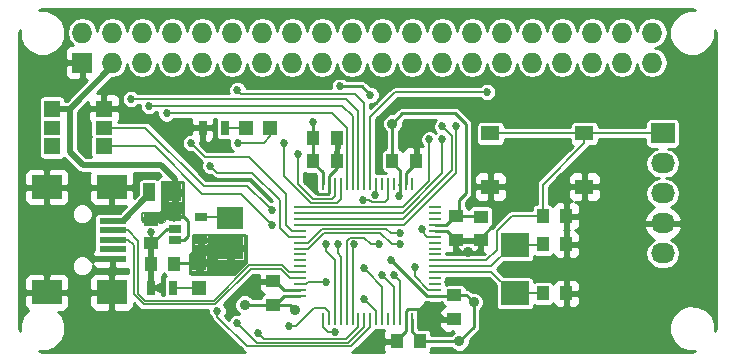
<source format=gtl>
G04 #@! TF.FileFunction,Copper,L1,Top,Signal*
%FSLAX46Y46*%
G04 Gerber Fmt 4.6, Leading zero omitted, Abs format (unit mm)*
G04 Created by KiCad (PCBNEW 4.0.5) date 12/27/16 09:40:05*
%MOMM*%
%LPD*%
G01*
G04 APERTURE LIST*
%ADD10C,0.100000*%
%ADD11R,1.000000X1.500000*%
%ADD12R,0.700000X1.300000*%
%ADD13R,1.198880X1.198880*%
%ADD14R,1.250000X1.000000*%
%ADD15R,1.000000X1.250000*%
%ADD16R,1.400000X1.400000*%
%ADD17R,1.400000X1.300000*%
%ADD18R,1.000000X0.250000*%
%ADD19R,0.250000X1.000000*%
%ADD20R,1.727200X1.727200*%
%ADD21O,1.727200X1.727200*%
%ADD22R,2.032000X1.727200*%
%ADD23O,2.032000X1.727200*%
%ADD24R,2.301240X0.500380*%
%ADD25R,2.499360X1.998980*%
%ADD26R,2.400000X2.000000*%
%ADD27R,2.200000X1.825000*%
%ADD28R,1.550000X1.300000*%
%ADD29R,1.060000X0.650000*%
%ADD30C,0.889000*%
%ADD31C,0.685800*%
%ADD32C,0.254000*%
%ADD33C,0.152400*%
%ADD34C,0.508000*%
%ADD35C,0.030000*%
G04 APERTURE END LIST*
D10*
D11*
X111500000Y-86000000D03*
X113700000Y-86000000D03*
D12*
X113560000Y-94060000D03*
X111660000Y-94060000D03*
D13*
X115770000Y-91950980D03*
X115770000Y-94049020D03*
D14*
X137360000Y-94720000D03*
X137360000Y-96720000D03*
D15*
X134490000Y-98600000D03*
X132490000Y-98600000D03*
D14*
X122050000Y-95500000D03*
X122050000Y-93500000D03*
D15*
X125430000Y-83350000D03*
X127430000Y-83350000D03*
X132120000Y-83320000D03*
X134120000Y-83320000D03*
X125440000Y-81370000D03*
X127440000Y-81370000D03*
D14*
X139590000Y-88040000D03*
X139590000Y-90040000D03*
X137500000Y-88030000D03*
X137500000Y-90030000D03*
D15*
X144850000Y-90400000D03*
X146850000Y-90400000D03*
X144850000Y-88000000D03*
X146850000Y-88000000D03*
X113660000Y-92030000D03*
X111660000Y-92030000D03*
X144850000Y-94550000D03*
X146850000Y-94550000D03*
D14*
X111660000Y-88290000D03*
X111660000Y-90290000D03*
D16*
X107700000Y-78900000D03*
X103300000Y-78900000D03*
D17*
X103300000Y-80500000D03*
X107700000Y-80500000D03*
D16*
X107700000Y-82100000D03*
X103300000Y-82100000D03*
D18*
X135700000Y-94750000D03*
X135700000Y-94250000D03*
X135700000Y-93750000D03*
X135700000Y-93250000D03*
X135700000Y-92750000D03*
X135700000Y-92250000D03*
X135700000Y-91750000D03*
X135700000Y-91250000D03*
X135700000Y-90750000D03*
X135700000Y-90250000D03*
X135700000Y-89750000D03*
X135700000Y-89250000D03*
X135700000Y-88750000D03*
X135700000Y-88250000D03*
X135700000Y-87750000D03*
X135700000Y-87250000D03*
D19*
X133750000Y-85300000D03*
X133250000Y-85300000D03*
X132750000Y-85300000D03*
X132250000Y-85300000D03*
X131750000Y-85300000D03*
X131250000Y-85300000D03*
X130750000Y-85300000D03*
X130250000Y-85300000D03*
X129750000Y-85300000D03*
X129250000Y-85300000D03*
X128750000Y-85300000D03*
X128250000Y-85300000D03*
X127750000Y-85300000D03*
X127250000Y-85300000D03*
X126750000Y-85300000D03*
X126250000Y-85300000D03*
D18*
X124300000Y-87250000D03*
X124300000Y-87750000D03*
X124300000Y-88250000D03*
X124300000Y-88750000D03*
X124300000Y-89250000D03*
X124300000Y-89750000D03*
X124300000Y-90250000D03*
X124300000Y-90750000D03*
X124300000Y-91250000D03*
X124300000Y-91750000D03*
X124300000Y-92250000D03*
X124300000Y-92750000D03*
X124300000Y-93250000D03*
X124300000Y-93750000D03*
X124300000Y-94250000D03*
X124300000Y-94750000D03*
D19*
X126250000Y-96700000D03*
X126750000Y-96700000D03*
X127250000Y-96700000D03*
X127750000Y-96700000D03*
X128250000Y-96700000D03*
X128750000Y-96700000D03*
X129250000Y-96700000D03*
X129750000Y-96700000D03*
X130250000Y-96700000D03*
X130750000Y-96700000D03*
X131250000Y-96700000D03*
X131750000Y-96700000D03*
X132250000Y-96700000D03*
X132750000Y-96700000D03*
X133250000Y-96700000D03*
X133750000Y-96700000D03*
D20*
X105870000Y-75000000D03*
D21*
X105870000Y-72460000D03*
X108410000Y-75000000D03*
X108410000Y-72460000D03*
X110950000Y-75000000D03*
X110950000Y-72460000D03*
X113490000Y-75000000D03*
X113490000Y-72460000D03*
X116030000Y-75000000D03*
X116030000Y-72460000D03*
X118570000Y-75000000D03*
X118570000Y-72460000D03*
X121110000Y-75000000D03*
X121110000Y-72460000D03*
X123650000Y-75000000D03*
X123650000Y-72460000D03*
X126190000Y-75000000D03*
X126190000Y-72460000D03*
X128730000Y-75000000D03*
X128730000Y-72460000D03*
X131270000Y-75000000D03*
X131270000Y-72460000D03*
X133810000Y-75000000D03*
X133810000Y-72460000D03*
X136350000Y-75000000D03*
X136350000Y-72460000D03*
X138890000Y-75000000D03*
X138890000Y-72460000D03*
X141430000Y-75000000D03*
X141430000Y-72460000D03*
X143970000Y-75000000D03*
X143970000Y-72460000D03*
X146510000Y-75000000D03*
X146510000Y-72460000D03*
X149050000Y-75000000D03*
X149050000Y-72460000D03*
X151590000Y-75000000D03*
X151590000Y-72460000D03*
X154130000Y-75000000D03*
X154130000Y-72460000D03*
D22*
X155000000Y-81000000D03*
D23*
X155000000Y-83540000D03*
X155000000Y-86080000D03*
X155000000Y-88620000D03*
X155000000Y-91160000D03*
D24*
X108449320Y-88399800D03*
X108449320Y-89199900D03*
X108449320Y-90000000D03*
X108449320Y-90800100D03*
X108449320Y-91600200D03*
D25*
X108350260Y-85549920D03*
X102851160Y-85549920D03*
X108350260Y-94450080D03*
X102851160Y-94450080D03*
D26*
X142500000Y-94550000D03*
X142500000Y-90450000D03*
D27*
X118400000Y-88132500D03*
X118400000Y-90707500D03*
D28*
X148375000Y-81000000D03*
X148375000Y-85500000D03*
X140425000Y-85500000D03*
X140425000Y-81000000D03*
D29*
X113690000Y-88110000D03*
X113690000Y-89060000D03*
X113690000Y-90010000D03*
X115890000Y-90010000D03*
X115890000Y-88110000D03*
D13*
X121799020Y-80500000D03*
X119700980Y-80500000D03*
D12*
X117950000Y-80500000D03*
X116050000Y-80500000D03*
D30*
X112499998Y-94060000D03*
X109999998Y-79350000D03*
X125250000Y-85000000D03*
X124500000Y-76750000D03*
D31*
X111660000Y-89348814D03*
D30*
X158750000Y-78750000D03*
X157500000Y-78750000D03*
X156250000Y-78750000D03*
X155000000Y-78750000D03*
X153750000Y-78750000D03*
X152500000Y-78750000D03*
X151250000Y-78750000D03*
X150000000Y-78750000D03*
X148750000Y-78750000D03*
X147500000Y-78750000D03*
X145000000Y-78750000D03*
X143750000Y-78750000D03*
X142500000Y-78750000D03*
X154500000Y-98250000D03*
X153250000Y-98250000D03*
X152000000Y-98250000D03*
X150750000Y-98250000D03*
X149500000Y-98250000D03*
X148250000Y-98250000D03*
X147000000Y-98250000D03*
X145750000Y-98250000D03*
X144500000Y-98250000D03*
X143250000Y-98250000D03*
X142000000Y-98250000D03*
X154500000Y-97000000D03*
X153250000Y-97000000D03*
X152000000Y-97000000D03*
X150750000Y-97000000D03*
X149500000Y-97000000D03*
X148250000Y-97000000D03*
X147000000Y-97000000D03*
X145750000Y-97000000D03*
X144500000Y-97000000D03*
X143250000Y-97000000D03*
X142000000Y-97000000D03*
X139500000Y-98250000D03*
X140750000Y-98250000D03*
X140750000Y-97000000D03*
X105000000Y-98250000D03*
X106250000Y-98250000D03*
X107500000Y-98250000D03*
X108750000Y-98250000D03*
X110000000Y-98250000D03*
X111250000Y-98250000D03*
X112500000Y-98250000D03*
X113750000Y-98250000D03*
X115000000Y-98250000D03*
X116250000Y-98250000D03*
X105000000Y-97000000D03*
X106250000Y-97000000D03*
X107500000Y-97000000D03*
X108750000Y-97000000D03*
X110000000Y-97000000D03*
X111250000Y-97000000D03*
X112500000Y-97000000D03*
X113750000Y-97000000D03*
X115000000Y-97000000D03*
X138550000Y-91000000D03*
X158750000Y-77500000D03*
X157500000Y-77500000D03*
X156250000Y-77500000D03*
X155000000Y-77500000D03*
X153750000Y-77500000D03*
X152500000Y-77500000D03*
X151250000Y-77500000D03*
X150000000Y-77500000D03*
X148750000Y-77500000D03*
X147500000Y-77500000D03*
X145000000Y-77500000D03*
X143750000Y-77500000D03*
X142500000Y-77500000D03*
X133300000Y-81010000D03*
X102250000Y-92500000D03*
X102250000Y-91249998D03*
X102250000Y-90000000D03*
X102250000Y-88750000D03*
X102250000Y-87500000D03*
X103500000Y-92500000D03*
X103500002Y-91250000D03*
X103500000Y-88750000D03*
X103500000Y-87500000D03*
X103500000Y-90000000D03*
D31*
X119720000Y-94250000D03*
D30*
X135430000Y-96720000D03*
X139000000Y-95300000D03*
X137800000Y-98600000D03*
D31*
X127700002Y-77000000D03*
X132658065Y-86281814D03*
D30*
X132120000Y-80160000D03*
D31*
X125440002Y-80070000D03*
X131999998Y-91710000D03*
D30*
X119600000Y-95500000D03*
X118400000Y-92400000D03*
D31*
X130260000Y-77750000D03*
D30*
X123900000Y-95910000D03*
D31*
X110000000Y-78100000D03*
X111500000Y-78700000D03*
X113000000Y-79299998D03*
X122940000Y-81800000D03*
X124160000Y-82720000D03*
X135250000Y-81500000D03*
X136350000Y-81500000D03*
X136350000Y-80400000D03*
X137500000Y-80400000D03*
X132749998Y-89470000D03*
X132750000Y-90400000D03*
X126500000Y-90400000D03*
X127490000Y-90400000D03*
X130980000Y-90400000D03*
X128900000Y-90400000D03*
X120710000Y-97890000D03*
X118980000Y-97030000D03*
X117310000Y-96050000D03*
X129700000Y-95000000D03*
X129700000Y-92428494D03*
X131250000Y-93000000D03*
X132250000Y-93000000D03*
X134010000Y-92320000D03*
X134590000Y-89050000D03*
X140151314Y-77500000D03*
X119000002Y-77300000D03*
X116714119Y-83765881D03*
X115061510Y-81800000D03*
X126500000Y-93590000D03*
X127297600Y-97782400D03*
X121900000Y-87500000D03*
X129670000Y-86620000D03*
X130655608Y-86208158D03*
X121900000Y-88750000D03*
X119020000Y-81800000D03*
X123370000Y-97270000D03*
D32*
X111660000Y-94060000D02*
X112499998Y-94060000D01*
X105850080Y-85549920D02*
X102851160Y-85549920D01*
X116050000Y-80500000D02*
X112500000Y-80500000D01*
X112500000Y-80500000D02*
X111780000Y-79780000D01*
X111780000Y-79780000D02*
X110429998Y-79780000D01*
X110429998Y-79780000D02*
X109999998Y-79350000D01*
X124944499Y-76305501D02*
X124500000Y-76750000D01*
X124945801Y-76304199D02*
X124944499Y-76305501D01*
X141304199Y-76304199D02*
X124945801Y-76304199D01*
X142500000Y-77500000D02*
X141304199Y-76304199D01*
X109549998Y-78900000D02*
X109555499Y-78905501D01*
X107700000Y-78900000D02*
X109549998Y-78900000D01*
X109555499Y-78905501D02*
X109999998Y-79350000D01*
X126750000Y-85300000D02*
X126750000Y-86054000D01*
X126750000Y-86054000D02*
X126661099Y-86142901D01*
X126661099Y-86142901D02*
X125792901Y-86142901D01*
X125250000Y-85600000D02*
X125250000Y-85000000D01*
X125792901Y-86142901D02*
X125250000Y-85600000D01*
X153140000Y-88620000D02*
X150020000Y-85500000D01*
X155000000Y-88620000D02*
X153140000Y-88620000D01*
X102851160Y-85549920D02*
X102851160Y-83931160D01*
X102851160Y-83931160D02*
X101340000Y-82420000D01*
X101340000Y-82420000D02*
X101340000Y-75890000D01*
X101340000Y-75890000D02*
X102230000Y-75000000D01*
X102230000Y-75000000D02*
X105870000Y-75000000D01*
X137360000Y-96720000D02*
X136560000Y-96720000D01*
X136560000Y-96720000D02*
X135682901Y-95842901D01*
X135682901Y-95842901D02*
X133447099Y-95842901D01*
X133447099Y-95842901D02*
X133250000Y-96040000D01*
X133250000Y-96040000D02*
X133250000Y-96700000D01*
X111660000Y-90290000D02*
X111660000Y-89348814D01*
X146850000Y-88000000D02*
X146850000Y-85800000D01*
X146850000Y-85800000D02*
X147150000Y-85500000D01*
X113015000Y-89060000D02*
X113690000Y-89060000D01*
X111785000Y-90290000D02*
X113015000Y-89060000D01*
X111660000Y-90290000D02*
X111785000Y-90290000D01*
X157500000Y-78750000D02*
X158750000Y-78750000D01*
X156250000Y-78750000D02*
X157500000Y-78750000D01*
X155628617Y-78750000D02*
X156250000Y-78750000D01*
X155000000Y-78750000D02*
X155628617Y-78750000D01*
X153750000Y-78750000D02*
X155000000Y-78750000D01*
X152500000Y-78750000D02*
X153750000Y-78750000D01*
X151878617Y-78750000D02*
X152500000Y-78750000D01*
X151250000Y-78750000D02*
X151878617Y-78750000D01*
X150628617Y-78750000D02*
X151250000Y-78750000D01*
X150000000Y-78750000D02*
X150628617Y-78750000D01*
X148750000Y-78750000D02*
X150000000Y-78750000D01*
X147500000Y-78750000D02*
X148750000Y-78750000D01*
X146250000Y-78750000D02*
X147500000Y-78750000D01*
X145000000Y-78750000D02*
X146250000Y-78750000D01*
X143750000Y-78750000D02*
X145000000Y-78750000D01*
X142500000Y-78750000D02*
X143750000Y-78750000D01*
X142500000Y-78128617D02*
X142500000Y-78750000D01*
X142500000Y-77500000D02*
X142500000Y-78128617D01*
X154500000Y-97000000D02*
X154500000Y-98250000D01*
X146850000Y-94550000D02*
X152050000Y-94550000D01*
X152050000Y-94550000D02*
X154500000Y-97000000D01*
X153250000Y-98250000D02*
X154500000Y-98250000D01*
X152000000Y-98250000D02*
X153250000Y-98250000D01*
X151378617Y-98250000D02*
X152000000Y-98250000D01*
X150750000Y-98250000D02*
X151378617Y-98250000D01*
X149500000Y-98250000D02*
X150750000Y-98250000D01*
X148250000Y-98250000D02*
X149500000Y-98250000D01*
X147000000Y-98250000D02*
X148250000Y-98250000D01*
X145750000Y-98250000D02*
X147000000Y-98250000D01*
X145128617Y-98250000D02*
X145750000Y-98250000D01*
X144500000Y-98250000D02*
X145128617Y-98250000D01*
X143250000Y-98250000D02*
X144500000Y-98250000D01*
X142000000Y-98250000D02*
X143250000Y-98250000D01*
X141378617Y-98250000D02*
X142000000Y-98250000D01*
X140750000Y-98250000D02*
X141378617Y-98250000D01*
X153878617Y-97000000D02*
X154500000Y-97000000D01*
X153250000Y-97000000D02*
X153878617Y-97000000D01*
X152000000Y-97000000D02*
X153250000Y-97000000D01*
X151378617Y-97000000D02*
X152000000Y-97000000D01*
X150750000Y-97000000D02*
X151378617Y-97000000D01*
X150128617Y-97000000D02*
X150750000Y-97000000D01*
X149500000Y-97000000D02*
X150128617Y-97000000D01*
X148878617Y-97000000D02*
X149500000Y-97000000D01*
X148250000Y-97000000D02*
X148878617Y-97000000D01*
X147000000Y-97000000D02*
X148250000Y-97000000D01*
X145750000Y-97000000D02*
X147000000Y-97000000D01*
X145128617Y-97000000D02*
X145750000Y-97000000D01*
X144500000Y-97000000D02*
X145128617Y-97000000D01*
X143878617Y-97000000D02*
X144500000Y-97000000D01*
X143250000Y-97000000D02*
X143878617Y-97000000D01*
X142000000Y-97000000D02*
X143250000Y-97000000D01*
X140750000Y-97000000D02*
X142000000Y-97000000D01*
X140750000Y-98250000D02*
X139500000Y-98250000D01*
X140750000Y-97628617D02*
X140750000Y-98250000D01*
X140750000Y-97000000D02*
X140750000Y-97628617D01*
X146850000Y-94550000D02*
X146850000Y-94675000D01*
X106250000Y-98250000D02*
X105000000Y-98250000D01*
X107500000Y-98250000D02*
X106250000Y-98250000D01*
X108750000Y-98250000D02*
X107500000Y-98250000D01*
X108750000Y-97000000D02*
X108750000Y-97628617D01*
X110000000Y-98250000D02*
X108750000Y-98250000D01*
X108750000Y-97628617D02*
X108750000Y-98250000D01*
X110628617Y-98250000D02*
X111250000Y-98250000D01*
X110000000Y-98250000D02*
X110628617Y-98250000D01*
X111250000Y-98250000D02*
X112500000Y-98250000D01*
X112500000Y-98250000D02*
X113128617Y-98250000D01*
X113128617Y-98250000D02*
X113750000Y-98250000D01*
X113750000Y-98250000D02*
X115000000Y-98250000D01*
X115000000Y-98250000D02*
X116250000Y-98250000D01*
X106250000Y-97000000D02*
X105000000Y-97000000D01*
X107500000Y-97000000D02*
X106250000Y-97000000D01*
X108750000Y-97000000D02*
X108121383Y-97000000D01*
X108121383Y-97000000D02*
X107500000Y-97000000D01*
X108750000Y-97000000D02*
X108350000Y-96600000D01*
X108350260Y-96189740D02*
X108350260Y-94450080D01*
X108350000Y-96190000D02*
X108350260Y-96189740D01*
X108350000Y-96600000D02*
X108350000Y-96190000D01*
X110000000Y-97000000D02*
X108750000Y-97000000D01*
X110000000Y-97000000D02*
X111250000Y-97000000D01*
X111250000Y-97000000D02*
X111878617Y-97000000D01*
X111878617Y-97000000D02*
X112500000Y-97000000D01*
X113128617Y-97000000D02*
X113750000Y-97000000D01*
X112500000Y-97000000D02*
X113128617Y-97000000D01*
X113750000Y-97000000D02*
X115000000Y-97000000D01*
X102851160Y-94450080D02*
X104354840Y-94450080D01*
X104354840Y-94450080D02*
X108350260Y-94450080D01*
X138550000Y-91000000D02*
X137910000Y-91000000D01*
X139220000Y-91000000D02*
X138550000Y-91000000D01*
X139590000Y-90040000D02*
X139590000Y-90630000D01*
X139590000Y-90630000D02*
X139220000Y-91000000D01*
X137910000Y-91000000D02*
X137500000Y-90590000D01*
X137500000Y-90590000D02*
X137500000Y-90030000D01*
X137500000Y-90030000D02*
X139580000Y-90030000D01*
X139580000Y-90030000D02*
X139590000Y-90040000D01*
X139590000Y-90040000D02*
X139590000Y-89820000D01*
X139590000Y-89820000D02*
X141150000Y-88260000D01*
X141150000Y-88260000D02*
X141150000Y-87470000D01*
X141150000Y-87470000D02*
X140425000Y-86745000D01*
X146850000Y-90400000D02*
X146850000Y-88000000D01*
X146850000Y-94550000D02*
X146850000Y-93671000D01*
X146850000Y-93671000D02*
X146850000Y-90400000D01*
X105850080Y-85549920D02*
X105850000Y-85550000D01*
X108350260Y-85549920D02*
X105850080Y-85549920D01*
X158128617Y-77500000D02*
X158750000Y-77500000D01*
X157500000Y-77500000D02*
X158128617Y-77500000D01*
X156250000Y-77500000D02*
X157500000Y-77500000D01*
X155000000Y-77500000D02*
X156250000Y-77500000D01*
X153750000Y-77500000D02*
X155000000Y-77500000D01*
X152500000Y-77500000D02*
X153750000Y-77500000D01*
X151250000Y-77500000D02*
X152500000Y-77500000D01*
X150628617Y-77500000D02*
X151250000Y-77500000D01*
X150000000Y-77500000D02*
X150628617Y-77500000D01*
X149378617Y-77500000D02*
X150000000Y-77500000D01*
X148750000Y-77500000D02*
X149378617Y-77500000D01*
X147500000Y-77500000D02*
X148750000Y-77500000D01*
X145000000Y-77500000D02*
X147500000Y-77500000D01*
X143750000Y-77500000D02*
X145000000Y-77500000D01*
X143128617Y-77500000D02*
X143750000Y-77500000D01*
X142500000Y-77500000D02*
X143128617Y-77500000D01*
X134120000Y-81830000D02*
X133300000Y-81010000D01*
X134120000Y-83320000D02*
X134120000Y-81830000D01*
X103500000Y-92500000D02*
X102250000Y-92500000D01*
X102250002Y-91250000D02*
X102250000Y-91249998D01*
X103500002Y-91250000D02*
X102250002Y-91250000D01*
X103500000Y-90000000D02*
X102250000Y-90000000D01*
X103500000Y-88750000D02*
X102250000Y-88750000D01*
X103500000Y-87500000D02*
X102250000Y-87500000D01*
X102851160Y-93148840D02*
X103055501Y-92944499D01*
X102851160Y-94450080D02*
X102851160Y-93148840D01*
X103500002Y-92499998D02*
X103500000Y-92500000D01*
X103500002Y-91250000D02*
X103500002Y-92499998D01*
X103055501Y-92944499D02*
X103500000Y-92500000D01*
X103500000Y-90000000D02*
X103500000Y-91249998D01*
X103500000Y-91249998D02*
X103500002Y-91250000D01*
X103500000Y-90000000D02*
X103500000Y-88750000D01*
X103500000Y-87500000D02*
X103500000Y-88750000D01*
X103055501Y-87055501D02*
X103500000Y-87500000D01*
X102851160Y-86851160D02*
X103055501Y-87055501D01*
X102851160Y-85549920D02*
X102851160Y-86851160D01*
X108350260Y-94450080D02*
X108350260Y-94910260D01*
X102851160Y-94450080D02*
X103101350Y-94450080D01*
X127430000Y-83350000D02*
X127430000Y-83940000D01*
X127430000Y-83940000D02*
X126750000Y-84620000D01*
X126750000Y-84620000D02*
X126750000Y-85300000D01*
X120470000Y-93500000D02*
X119720000Y-94250000D01*
X122050000Y-93500000D02*
X120470000Y-93500000D01*
X124300000Y-94250000D02*
X122925000Y-94250000D01*
X122925000Y-94250000D02*
X122175000Y-93500000D01*
X122175000Y-93500000D02*
X122050000Y-93500000D01*
X127440000Y-81370000D02*
X127440000Y-81245000D01*
X137360000Y-96720000D02*
X135430000Y-96720000D01*
X134120000Y-83490000D02*
X133250000Y-84360000D01*
X133250000Y-84360000D02*
X133250000Y-85300000D01*
X134120000Y-83320000D02*
X134120000Y-83490000D01*
X127440000Y-81370000D02*
X127440000Y-83340000D01*
X127440000Y-83340000D02*
X127430000Y-83350000D01*
X135700000Y-89250000D02*
X136720000Y-89250000D01*
X136720000Y-89250000D02*
X137500000Y-90030000D01*
X146820000Y-94530000D02*
X146800000Y-94550000D01*
X132490000Y-98600000D02*
X132490000Y-98475000D01*
X132490000Y-98475000D02*
X133250000Y-97715000D01*
X133250000Y-97715000D02*
X133250000Y-97352400D01*
X133250000Y-97352400D02*
X133250000Y-96700000D01*
X108100070Y-85549920D02*
X108350260Y-85549920D01*
X108350260Y-94450080D02*
X108350260Y-91699260D01*
X108350260Y-91699260D02*
X108449320Y-91600200D01*
X111660000Y-92030000D02*
X111660000Y-94050000D01*
X111660000Y-94050000D02*
X111670000Y-94060000D01*
X111660000Y-92030000D02*
X111660000Y-91252600D01*
X111660000Y-91252600D02*
X111660000Y-90290000D01*
X150020000Y-85500000D02*
X148375000Y-85500000D01*
X147150000Y-85500000D02*
X148375000Y-85500000D01*
X140425000Y-86745000D02*
X140425000Y-85500000D01*
X148375000Y-85500000D02*
X148250000Y-85500000D01*
X138555501Y-94855501D02*
X139000000Y-95300000D01*
X138420000Y-94720000D02*
X138555501Y-94855501D01*
X137360000Y-94720000D02*
X138420000Y-94720000D01*
X139000000Y-95928617D02*
X139000000Y-95300000D01*
X139000000Y-97400000D02*
X139000000Y-95928617D01*
X137800000Y-98600000D02*
X139000000Y-97400000D01*
X134490000Y-98600000D02*
X137800000Y-98600000D01*
X128184935Y-77000000D02*
X127700002Y-77000000D01*
X129510000Y-77000000D02*
X128184935Y-77000000D01*
X130260000Y-77750000D02*
X129510000Y-77000000D01*
X132750000Y-86189879D02*
X132658065Y-86281814D01*
X132750000Y-85300000D02*
X132750000Y-86189879D01*
X132970000Y-79310000D02*
X137440000Y-79310000D01*
X137440000Y-79310000D02*
X138320000Y-80190000D01*
X138320000Y-80190000D02*
X138320000Y-86050000D01*
X138320000Y-86050000D02*
X137760000Y-86610000D01*
X137760000Y-86610000D02*
X137760000Y-87660000D01*
X137760000Y-87660000D02*
X136670000Y-88750000D01*
X136670000Y-88750000D02*
X136454000Y-88750000D01*
X136454000Y-88750000D02*
X135700000Y-88750000D01*
X132120000Y-80160000D02*
X132970000Y-79310000D01*
X132120000Y-83320000D02*
X132120000Y-80160000D01*
X132120000Y-83320000D02*
X132120000Y-83195000D01*
X125440000Y-80070002D02*
X125440002Y-80070000D01*
X125440000Y-81370000D02*
X125440000Y-80070002D01*
X135700000Y-94750000D02*
X135039998Y-94750000D01*
X132342897Y-92052899D02*
X131999998Y-91710000D01*
X135039998Y-94750000D02*
X132342897Y-92052899D01*
X122050000Y-95500000D02*
X119600000Y-95500000D01*
X118400000Y-90707500D02*
X118400000Y-92400000D01*
X118400000Y-90707500D02*
X115902500Y-90707500D01*
X115902500Y-90707500D02*
X115890000Y-90720000D01*
X115890000Y-90010000D02*
X115890000Y-90720000D01*
X115890000Y-90720000D02*
X115890000Y-91830980D01*
X115890000Y-90010000D02*
X116095000Y-90010000D01*
X117702500Y-90010000D02*
X118400000Y-90707500D01*
X135700000Y-94750000D02*
X137330000Y-94750000D01*
X137330000Y-94750000D02*
X137360000Y-94720000D01*
D33*
X132710000Y-85340000D02*
X132750000Y-85300000D01*
D32*
X123490000Y-95500000D02*
X123900000Y-95910000D01*
X122050000Y-95500000D02*
X123490000Y-95500000D01*
X132750000Y-85300000D02*
X132750000Y-84100000D01*
X132750000Y-84100000D02*
X132120000Y-83470000D01*
X132120000Y-83470000D02*
X132120000Y-83320000D01*
X125430000Y-83350000D02*
X125430000Y-83475000D01*
X125430000Y-83475000D02*
X126250000Y-84295000D01*
X126250000Y-84295000D02*
X126250000Y-85300000D01*
X125440000Y-81370000D02*
X125440000Y-83340000D01*
X125440000Y-83340000D02*
X125430000Y-83350000D01*
X115770000Y-91950980D02*
X113739020Y-91950980D01*
X113739020Y-91950980D02*
X113660000Y-92030000D01*
X115890000Y-91830980D02*
X115770000Y-91950980D01*
X117622500Y-90010000D02*
X118320000Y-90707500D01*
X124300000Y-94750000D02*
X122930000Y-94750000D01*
X122930000Y-94750000D02*
X122180000Y-95500000D01*
X137500000Y-88030000D02*
X139580000Y-88030000D01*
X139580000Y-88030000D02*
X139590000Y-88040000D01*
X135700000Y-88750000D02*
X136655000Y-88750000D01*
X136655000Y-88750000D02*
X137375000Y-88030000D01*
X137375000Y-88030000D02*
X137500000Y-88030000D01*
X133750000Y-96700000D02*
X133750000Y-97735000D01*
X133750000Y-97735000D02*
X134490000Y-98475000D01*
X134490000Y-98475000D02*
X134490000Y-98600000D01*
D34*
X113690000Y-88110000D02*
X111840000Y-88110000D01*
X113690000Y-88110000D02*
X113700000Y-88100000D01*
X113700000Y-88100000D02*
X113700000Y-84840000D01*
X113700000Y-84840000D02*
X112530000Y-83670000D01*
X112530000Y-83670000D02*
X105890000Y-83670000D01*
X105890000Y-83670000D02*
X104830000Y-82610000D01*
X104830000Y-82610000D02*
X104830000Y-81247222D01*
X104830000Y-81247222D02*
X104830000Y-78970000D01*
D32*
X114800000Y-88436000D02*
X114800000Y-89684000D01*
X114800000Y-89684000D02*
X114474000Y-90010000D01*
X114474000Y-90010000D02*
X113690000Y-90010000D01*
X113690000Y-88110000D02*
X114474000Y-88110000D01*
X114474000Y-88110000D02*
X114800000Y-88436000D01*
D34*
X111840000Y-88110000D02*
X111660000Y-88290000D01*
D32*
X113510000Y-88290000D02*
X113690000Y-88110000D01*
D34*
X104830000Y-78900000D02*
X108410000Y-75320000D01*
X108410000Y-75320000D02*
X108410000Y-75000000D01*
X104760000Y-78900000D02*
X103300000Y-78900000D01*
X108410000Y-75390000D02*
X108410000Y-75000000D01*
X111550200Y-88399800D02*
X111660000Y-88290000D01*
X104830000Y-78970000D02*
X104830000Y-78900000D01*
X104830000Y-78970000D02*
X104760000Y-78900000D01*
D33*
X142500000Y-90450000D02*
X144800000Y-90450000D01*
X144800000Y-90450000D02*
X144850000Y-90400000D01*
X144810000Y-90450000D02*
X144820000Y-90460000D01*
X135700000Y-92250000D02*
X140500000Y-92250000D01*
X140500000Y-92250000D02*
X142300000Y-90450000D01*
X142300000Y-90450000D02*
X142500000Y-90450000D01*
X115770000Y-94049020D02*
X113570980Y-94049020D01*
X113570980Y-94049020D02*
X113560000Y-94060000D01*
X115759020Y-94060000D02*
X115770000Y-94049020D01*
X115890000Y-88110000D02*
X118297500Y-88110000D01*
X118297500Y-88110000D02*
X118320000Y-88132500D01*
X129250000Y-85300000D02*
X129250000Y-79128638D01*
X129250000Y-79128638D02*
X128221362Y-78100000D01*
X128221362Y-78100000D02*
X112225822Y-78100000D01*
X112225822Y-78100000D02*
X110000000Y-78100000D01*
X111984933Y-78700000D02*
X111500000Y-78700000D01*
X128750000Y-79560000D02*
X127890000Y-78700000D01*
X128750000Y-85300000D02*
X128750000Y-79560000D01*
X127890000Y-78700000D02*
X111984933Y-78700000D01*
X113484933Y-79299998D02*
X113000000Y-79299998D01*
X127029998Y-79299998D02*
X113484933Y-79299998D01*
X128250000Y-80520000D02*
X127029998Y-79299998D01*
X128250000Y-85300000D02*
X128250000Y-80520000D01*
X122940000Y-84600000D02*
X122940000Y-82284933D01*
X127750000Y-86570000D02*
X127420000Y-86900000D01*
X127750000Y-85300000D02*
X127750000Y-86570000D01*
X122940000Y-82284933D02*
X122940000Y-81800000D01*
X125240000Y-86900000D02*
X122940000Y-84600000D01*
X127420000Y-86900000D02*
X125240000Y-86900000D01*
X127250000Y-85300000D02*
X127250000Y-86320000D01*
X127250000Y-86320000D02*
X126990000Y-86580000D01*
X125440000Y-86580000D02*
X124160000Y-85300000D01*
X126990000Y-86580000D02*
X125440000Y-86580000D01*
X124160000Y-85300000D02*
X124160000Y-83204933D01*
X124160000Y-83204933D02*
X124160000Y-82720000D01*
X135250000Y-84990000D02*
X135250000Y-81984933D01*
X132990000Y-87250000D02*
X135250000Y-84990000D01*
X124300000Y-87250000D02*
X132990000Y-87250000D01*
X135250000Y-81984933D02*
X135250000Y-81500000D01*
X136350000Y-81984933D02*
X136350000Y-81500000D01*
X136350000Y-84390000D02*
X136350000Y-81984933D01*
X132990000Y-87750000D02*
X136350000Y-84390000D01*
X124300000Y-87750000D02*
X132990000Y-87750000D01*
X136692899Y-80742899D02*
X136350000Y-80400000D01*
X133030000Y-88250000D02*
X137170000Y-84110000D01*
X137170000Y-81220000D02*
X136692899Y-80742899D01*
X137170000Y-84110000D02*
X137170000Y-81220000D01*
X124300000Y-88250000D02*
X133030000Y-88250000D01*
X137500000Y-80884933D02*
X137500000Y-80400000D01*
X137500000Y-84320000D02*
X137500000Y-80884933D01*
X133070000Y-88750000D02*
X137500000Y-84320000D01*
X124300000Y-88750000D02*
X133070000Y-88750000D01*
X124300000Y-90250000D02*
X124952400Y-90250000D01*
X124952400Y-90250000D02*
X126145299Y-89057101D01*
X126145299Y-89057101D02*
X131587101Y-89057101D01*
X131587101Y-89057101D02*
X132000000Y-89470000D01*
X132000000Y-89470000D02*
X132749998Y-89470000D01*
X131068499Y-89398499D02*
X132070000Y-90400000D01*
X124990000Y-90750000D02*
X126341501Y-89398499D01*
X124300000Y-90750000D02*
X124990000Y-90750000D01*
X132265067Y-90400000D02*
X132750000Y-90400000D01*
X126341501Y-89398499D02*
X131068499Y-89398499D01*
X132070000Y-90400000D02*
X132265067Y-90400000D01*
X126500000Y-90884933D02*
X126500000Y-90400000D01*
X126500000Y-90940000D02*
X126500000Y-90884933D01*
X127250000Y-91690000D02*
X126500000Y-90940000D01*
X127250000Y-96700000D02*
X127250000Y-91690000D01*
X127750000Y-96700000D02*
X127750000Y-91420000D01*
X127750000Y-91420000D02*
X127490000Y-91160000D01*
X127490000Y-91160000D02*
X127490000Y-90400000D01*
X128250000Y-96700000D02*
X128250000Y-90095552D01*
X128250000Y-90095552D02*
X128518449Y-89827103D01*
X128518449Y-89827103D02*
X129727103Y-89827103D01*
X129727103Y-89827103D02*
X130300000Y-90400000D01*
X130300000Y-90400000D02*
X130980000Y-90400000D01*
X128750000Y-90550000D02*
X128900000Y-90400000D01*
X128750000Y-96700000D02*
X128750000Y-90550000D01*
X121052899Y-98232899D02*
X120710000Y-97890000D01*
X121222897Y-98402897D02*
X121052899Y-98232899D01*
X128199503Y-98402897D02*
X121222897Y-98402897D01*
X129250000Y-97352400D02*
X128199503Y-98402897D01*
X129250000Y-96700000D02*
X129250000Y-97352400D01*
X119322899Y-97372899D02*
X118980000Y-97030000D01*
X128390898Y-98711502D02*
X120661502Y-98711502D01*
X120661502Y-98711502D02*
X119322899Y-97372899D01*
X129750000Y-96700000D02*
X129750000Y-97352400D01*
X129750000Y-97352400D02*
X128390898Y-98711502D01*
X117310000Y-96534933D02*
X117310000Y-96050000D01*
X119791380Y-99016313D02*
X117310000Y-96534933D01*
X130250000Y-97352400D02*
X128586087Y-99016313D01*
X128586087Y-99016313D02*
X119791380Y-99016313D01*
X130250000Y-96700000D02*
X130250000Y-97352400D01*
X130750000Y-96700000D02*
X130750000Y-96047600D01*
X129702400Y-95000000D02*
X129700000Y-95000000D01*
X130750000Y-96047600D02*
X129702400Y-95000000D01*
X131250000Y-96700000D02*
X131250000Y-93978494D01*
X131250000Y-93978494D02*
X130042899Y-92771393D01*
X130042899Y-92771393D02*
X129700000Y-92428494D01*
X132250000Y-96700000D02*
X132250000Y-94000000D01*
X132250000Y-94000000D02*
X131592899Y-93342899D01*
X131592899Y-93342899D02*
X131250000Y-93000000D01*
X132592899Y-93342899D02*
X132250000Y-93000000D01*
X132750000Y-93500000D02*
X132592899Y-93342899D01*
X132750000Y-96700000D02*
X132750000Y-93500000D01*
X135700000Y-94250000D02*
X135150000Y-94250000D01*
X135150000Y-94250000D02*
X134010000Y-93110000D01*
X134010000Y-93110000D02*
X134010000Y-92804933D01*
X134010000Y-92804933D02*
X134010000Y-92320000D01*
X134590000Y-89292400D02*
X134590000Y-89050000D01*
X135047600Y-89750000D02*
X134590000Y-89292400D01*
X135700000Y-89750000D02*
X135047600Y-89750000D01*
X132350000Y-77500000D02*
X130250000Y-79600000D01*
X140151314Y-77500000D02*
X132350000Y-77500000D01*
X130250000Y-79600000D02*
X130250000Y-85300000D01*
X119342901Y-77642899D02*
X119000002Y-77300000D01*
X119370002Y-77670000D02*
X119342901Y-77642899D01*
X127490196Y-77670000D02*
X119370002Y-77670000D01*
X127495198Y-77675002D02*
X127490196Y-77670000D01*
X128995002Y-77675002D02*
X127495198Y-77675002D01*
X129750000Y-78430000D02*
X128995002Y-77675002D01*
X129750000Y-85300000D02*
X129750000Y-78430000D01*
X124300000Y-89750000D02*
X123340000Y-89750000D01*
X123340000Y-89750000D02*
X122610000Y-89020000D01*
X122610000Y-89020000D02*
X122610000Y-86660000D01*
X122610000Y-86660000D02*
X120270000Y-84320000D01*
X120270000Y-84320000D02*
X117270000Y-84320000D01*
X117270000Y-84320000D02*
X116715881Y-83765881D01*
X116715881Y-83765881D02*
X116714119Y-83765881D01*
X124300000Y-89250000D02*
X123647600Y-89250000D01*
X123647600Y-89250000D02*
X123130000Y-88732400D01*
X123130000Y-88732400D02*
X123130000Y-86160000D01*
X123130000Y-86160000D02*
X119960000Y-82990000D01*
X119960000Y-82990000D02*
X116251510Y-82990000D01*
X116251510Y-82990000D02*
X115404409Y-82142899D01*
X115404409Y-82142899D02*
X115061510Y-81800000D01*
X144197600Y-88000000D02*
X144850000Y-88000000D01*
X142210000Y-88000000D02*
X144197600Y-88000000D01*
X135700000Y-91750000D02*
X140080000Y-91750000D01*
X140080000Y-91750000D02*
X140960000Y-90870000D01*
X140960000Y-89250000D02*
X142210000Y-88000000D01*
X140960000Y-90870000D02*
X140960000Y-89250000D01*
X144850000Y-87152600D02*
X144850000Y-87930000D01*
X144850000Y-85327400D02*
X144850000Y-87152600D01*
X140425000Y-81000000D02*
X148375000Y-81000000D01*
X148375000Y-81000000D02*
X148375000Y-81802400D01*
X148375000Y-81802400D02*
X144850000Y-85327400D01*
X155000000Y-81000000D02*
X148375000Y-81000000D01*
X124300000Y-93750000D02*
X124820000Y-93750000D01*
X124820000Y-93750000D02*
X124980000Y-93590000D01*
X124980000Y-93590000D02*
X126500000Y-93590000D01*
X126680000Y-97782400D02*
X127297600Y-97782400D01*
X126250000Y-96700000D02*
X126250000Y-97352400D01*
X126250000Y-97352400D02*
X126680000Y-97782400D01*
X142500000Y-94550000D02*
X144850000Y-94550000D01*
X135700000Y-92750000D02*
X140500000Y-92750000D01*
X140500000Y-92750000D02*
X142300000Y-94550000D01*
X142300000Y-94550000D02*
X142500000Y-94550000D01*
X107700000Y-80500000D02*
X111210000Y-80500000D01*
X111210000Y-80500000D02*
X116130000Y-85420000D01*
X116130000Y-85420000D02*
X119820000Y-85420000D01*
X119820000Y-85420000D02*
X121557101Y-87157101D01*
X121557101Y-87157101D02*
X121900000Y-87500000D01*
X131750000Y-85300000D02*
X131750000Y-86570000D01*
X131750000Y-86570000D02*
X131490000Y-86830000D01*
X131490000Y-86830000D02*
X130364933Y-86830000D01*
X130364933Y-86830000D02*
X130154933Y-86620000D01*
X130154933Y-86620000D02*
X129670000Y-86620000D01*
X107700000Y-82100000D02*
X111980000Y-82100000D01*
X111980000Y-82100000D02*
X116000000Y-86120000D01*
X116000000Y-86120000D02*
X119270000Y-86120000D01*
X119270000Y-86120000D02*
X121557101Y-88407101D01*
X121557101Y-88407101D02*
X121900000Y-88750000D01*
X130750000Y-86113766D02*
X130655608Y-86208158D01*
X130750000Y-85300000D02*
X130750000Y-86113766D01*
X123647600Y-92750000D02*
X124300000Y-92750000D01*
X123380743Y-92750000D02*
X123647600Y-92750000D01*
X116991345Y-95177589D02*
X120021344Y-92147589D01*
X111193129Y-95177589D02*
X116991345Y-95177589D01*
X108449320Y-89199900D02*
X109704488Y-89199900D01*
X122778332Y-92147589D02*
X123380743Y-92750000D01*
X109704488Y-89199900D02*
X110580000Y-90075412D01*
X110580000Y-90075412D02*
X110580000Y-94564459D01*
X120021344Y-92147589D02*
X122778332Y-92147589D01*
X110580000Y-94564459D02*
X111193129Y-95177589D01*
X110210000Y-90457660D02*
X110210000Y-94625526D01*
X108449320Y-90000000D02*
X109752340Y-90000000D01*
X117117600Y-95482400D02*
X120147600Y-92452400D01*
X120147600Y-92452400D02*
X122652076Y-92452400D01*
X109752340Y-90000000D02*
X110210000Y-90457660D01*
X111066873Y-95482400D02*
X117117600Y-95482400D01*
X110210000Y-94625526D02*
X111066873Y-95482400D01*
X122652076Y-92452400D02*
X123449676Y-93250000D01*
X123449676Y-93250000D02*
X123647600Y-93250000D01*
X123647600Y-93250000D02*
X124300000Y-93250000D01*
D34*
X108449320Y-88399800D02*
X109310200Y-88399800D01*
X109310200Y-88399800D02*
X111290000Y-86420000D01*
X111290000Y-86420000D02*
X111500000Y-86420000D01*
D33*
X119504933Y-81800000D02*
X119020000Y-81800000D01*
X121250860Y-81800000D02*
X119504933Y-81800000D01*
X121799020Y-81251840D02*
X121250860Y-81800000D01*
X121799020Y-80500000D02*
X121799020Y-81251840D01*
X123990000Y-97270000D02*
X123370000Y-97270000D01*
X125460000Y-95800000D02*
X123990000Y-97270000D01*
X126420000Y-95800000D02*
X125460000Y-95800000D01*
X126750000Y-96130000D02*
X126420000Y-95800000D01*
X126750000Y-96700000D02*
X126750000Y-96130000D01*
X117950000Y-80500000D02*
X119700980Y-80500000D01*
D32*
G36*
X157759900Y-70568426D02*
X157117427Y-70567866D01*
X156407153Y-70861345D01*
X155863255Y-71404295D01*
X155568536Y-72114055D01*
X155567866Y-72882573D01*
X155861345Y-73592847D01*
X156404295Y-74136745D01*
X157114055Y-74431464D01*
X157882573Y-74432134D01*
X158592847Y-74138655D01*
X159136745Y-73595705D01*
X159431464Y-72885945D01*
X159432025Y-72242368D01*
X159493200Y-72549916D01*
X159493200Y-97450084D01*
X159431574Y-97759900D01*
X159432134Y-97117427D01*
X159138655Y-96407153D01*
X158595705Y-95863255D01*
X157885945Y-95568536D01*
X157117427Y-95567866D01*
X156407153Y-95861345D01*
X155863255Y-96404295D01*
X155568536Y-97114055D01*
X155567866Y-97882573D01*
X155861345Y-98592847D01*
X156404295Y-99136745D01*
X157114055Y-99431464D01*
X157757632Y-99432025D01*
X157450084Y-99493200D01*
X135329354Y-99493200D01*
X135395573Y-99396285D01*
X135430259Y-99225000D01*
X135430259Y-99158800D01*
X137119630Y-99158800D01*
X137302968Y-99342458D01*
X137624928Y-99476148D01*
X137973542Y-99476452D01*
X138295736Y-99343324D01*
X138542458Y-99097032D01*
X138676148Y-98775072D01*
X138676376Y-98513886D01*
X139395131Y-97795131D01*
X139419723Y-97758327D01*
X139516264Y-97613844D01*
X139558800Y-97400000D01*
X139558800Y-95980370D01*
X139742458Y-95797032D01*
X139876148Y-95475072D01*
X139876452Y-95126458D01*
X139743324Y-94804264D01*
X139497032Y-94557542D01*
X139175072Y-94423852D01*
X138913887Y-94423624D01*
X138815131Y-94324869D01*
X138796620Y-94312500D01*
X138633844Y-94203736D01*
X138420000Y-94161200D01*
X138414195Y-94161200D01*
X138395150Y-94059985D01*
X138300581Y-93913020D01*
X138156285Y-93814427D01*
X137985000Y-93779741D01*
X136735000Y-93779741D01*
X136640259Y-93797568D01*
X136640259Y-93625000D01*
X136615875Y-93495411D01*
X136640259Y-93375000D01*
X136640259Y-93258000D01*
X140289580Y-93258000D01*
X140859741Y-93828161D01*
X140859741Y-95550000D01*
X140889850Y-95710015D01*
X140984419Y-95856980D01*
X141128715Y-95955573D01*
X141300000Y-95990259D01*
X143700000Y-95990259D01*
X143860015Y-95960150D01*
X144006980Y-95865581D01*
X144105573Y-95721285D01*
X144139495Y-95553775D01*
X144178715Y-95580573D01*
X144350000Y-95615259D01*
X145350000Y-95615259D01*
X145510015Y-95585150D01*
X145656980Y-95490581D01*
X145741911Y-95366280D01*
X145811673Y-95534699D01*
X145990302Y-95713327D01*
X146223691Y-95810000D01*
X146564250Y-95810000D01*
X146723000Y-95651250D01*
X146723000Y-94677000D01*
X146977000Y-94677000D01*
X146977000Y-95651250D01*
X147135750Y-95810000D01*
X147476309Y-95810000D01*
X147709698Y-95713327D01*
X147888327Y-95534699D01*
X147985000Y-95301310D01*
X147985000Y-94835750D01*
X147826250Y-94677000D01*
X146977000Y-94677000D01*
X146723000Y-94677000D01*
X146703000Y-94677000D01*
X146703000Y-94423000D01*
X146723000Y-94423000D01*
X146723000Y-93448750D01*
X146977000Y-93448750D01*
X146977000Y-94423000D01*
X147826250Y-94423000D01*
X147985000Y-94264250D01*
X147985000Y-93798690D01*
X147888327Y-93565301D01*
X147709698Y-93386673D01*
X147476309Y-93290000D01*
X147135750Y-93290000D01*
X146977000Y-93448750D01*
X146723000Y-93448750D01*
X146564250Y-93290000D01*
X146223691Y-93290000D01*
X145990302Y-93386673D01*
X145811673Y-93565301D01*
X145741175Y-93735497D01*
X145665581Y-93618020D01*
X145521285Y-93519427D01*
X145350000Y-93484741D01*
X144350000Y-93484741D01*
X144189985Y-93514850D01*
X144139730Y-93547188D01*
X144110150Y-93389985D01*
X144015581Y-93243020D01*
X143871285Y-93144427D01*
X143700000Y-93109741D01*
X141578161Y-93109741D01*
X140968420Y-92500000D01*
X141578161Y-91890259D01*
X143700000Y-91890259D01*
X143860015Y-91860150D01*
X144006980Y-91765581D01*
X144105573Y-91621285D01*
X144140259Y-91450000D01*
X144140259Y-91404297D01*
X144178715Y-91430573D01*
X144350000Y-91465259D01*
X145350000Y-91465259D01*
X145510015Y-91435150D01*
X145656980Y-91340581D01*
X145741911Y-91216280D01*
X145811673Y-91384699D01*
X145990302Y-91563327D01*
X146223691Y-91660000D01*
X146564250Y-91660000D01*
X146723000Y-91501250D01*
X146723000Y-90527000D01*
X146977000Y-90527000D01*
X146977000Y-91501250D01*
X147135750Y-91660000D01*
X147476309Y-91660000D01*
X147709698Y-91563327D01*
X147888327Y-91384699D01*
X147985000Y-91151310D01*
X147985000Y-90685750D01*
X147826250Y-90527000D01*
X146977000Y-90527000D01*
X146723000Y-90527000D01*
X146703000Y-90527000D01*
X146703000Y-90273000D01*
X146723000Y-90273000D01*
X146723000Y-89298750D01*
X146624250Y-89200000D01*
X146723000Y-89101250D01*
X146723000Y-88127000D01*
X146977000Y-88127000D01*
X146977000Y-89101250D01*
X147075750Y-89200000D01*
X146977000Y-89298750D01*
X146977000Y-90273000D01*
X147826250Y-90273000D01*
X147985000Y-90114250D01*
X147985000Y-89648690D01*
X147888327Y-89415301D01*
X147709698Y-89236673D01*
X147621162Y-89200000D01*
X147709698Y-89163327D01*
X147888327Y-88984699D01*
X147890676Y-88979026D01*
X153392642Y-88979026D01*
X153395291Y-88994791D01*
X153649268Y-89522036D01*
X154085680Y-89911954D01*
X154292133Y-89984170D01*
X153903250Y-90244014D01*
X153622442Y-90664272D01*
X153523836Y-91160000D01*
X153622442Y-91655728D01*
X153903250Y-92075986D01*
X154323508Y-92356794D01*
X154819236Y-92455400D01*
X155180764Y-92455400D01*
X155676492Y-92356794D01*
X156096750Y-92075986D01*
X156377558Y-91655728D01*
X156476164Y-91160000D01*
X156377558Y-90664272D01*
X156096750Y-90244014D01*
X155707867Y-89984170D01*
X155914320Y-89911954D01*
X156350732Y-89522036D01*
X156604709Y-88994791D01*
X156607358Y-88979026D01*
X156486217Y-88747000D01*
X155127000Y-88747000D01*
X155127000Y-88767000D01*
X154873000Y-88767000D01*
X154873000Y-88747000D01*
X153513783Y-88747000D01*
X153392642Y-88979026D01*
X147890676Y-88979026D01*
X147985000Y-88751310D01*
X147985000Y-88285750D01*
X147826250Y-88127000D01*
X146977000Y-88127000D01*
X146723000Y-88127000D01*
X146703000Y-88127000D01*
X146703000Y-87873000D01*
X146723000Y-87873000D01*
X146723000Y-86898750D01*
X146564250Y-86740000D01*
X146223691Y-86740000D01*
X145990302Y-86836673D01*
X145811673Y-87015301D01*
X145741175Y-87185497D01*
X145665581Y-87068020D01*
X145521285Y-86969427D01*
X145358000Y-86936361D01*
X145358000Y-85785750D01*
X146965000Y-85785750D01*
X146965000Y-86276310D01*
X147061673Y-86509699D01*
X147240302Y-86688327D01*
X147365052Y-86740000D01*
X147135750Y-86740000D01*
X146977000Y-86898750D01*
X146977000Y-87873000D01*
X147826250Y-87873000D01*
X147985000Y-87714250D01*
X147985000Y-87248690D01*
X147888327Y-87015301D01*
X147709698Y-86836673D01*
X147584948Y-86785000D01*
X148089250Y-86785000D01*
X148248000Y-86626250D01*
X148248000Y-85627000D01*
X148502000Y-85627000D01*
X148502000Y-86626250D01*
X148660750Y-86785000D01*
X149276309Y-86785000D01*
X149509698Y-86688327D01*
X149688327Y-86509699D01*
X149785000Y-86276310D01*
X149785000Y-85785750D01*
X149626250Y-85627000D01*
X148502000Y-85627000D01*
X148248000Y-85627000D01*
X147123750Y-85627000D01*
X146965000Y-85785750D01*
X145358000Y-85785750D01*
X145358000Y-85537820D01*
X146172130Y-84723690D01*
X146965000Y-84723690D01*
X146965000Y-85214250D01*
X147123750Y-85373000D01*
X148248000Y-85373000D01*
X148248000Y-84373750D01*
X148502000Y-84373750D01*
X148502000Y-85373000D01*
X149626250Y-85373000D01*
X149785000Y-85214250D01*
X149785000Y-84723690D01*
X149688327Y-84490301D01*
X149509698Y-84311673D01*
X149276309Y-84215000D01*
X148660750Y-84215000D01*
X148502000Y-84373750D01*
X148248000Y-84373750D01*
X148089250Y-84215000D01*
X147473691Y-84215000D01*
X147240302Y-84311673D01*
X147061673Y-84490301D01*
X146965000Y-84723690D01*
X146172130Y-84723690D01*
X148734210Y-82161610D01*
X148781885Y-82090259D01*
X149150000Y-82090259D01*
X149310015Y-82060150D01*
X149456980Y-81965581D01*
X149555573Y-81821285D01*
X149590259Y-81650000D01*
X149590259Y-81508000D01*
X153543741Y-81508000D01*
X153543741Y-81863600D01*
X153573850Y-82023615D01*
X153668419Y-82170580D01*
X153812715Y-82269173D01*
X153984000Y-82303859D01*
X154521320Y-82303859D01*
X154323508Y-82343206D01*
X153903250Y-82624014D01*
X153622442Y-83044272D01*
X153523836Y-83540000D01*
X153622442Y-84035728D01*
X153903250Y-84455986D01*
X154323508Y-84736794D01*
X154691541Y-84810000D01*
X154323508Y-84883206D01*
X153903250Y-85164014D01*
X153622442Y-85584272D01*
X153523836Y-86080000D01*
X153622442Y-86575728D01*
X153903250Y-86995986D01*
X154292133Y-87255830D01*
X154085680Y-87328046D01*
X153649268Y-87717964D01*
X153395291Y-88245209D01*
X153392642Y-88260974D01*
X153513783Y-88493000D01*
X154873000Y-88493000D01*
X154873000Y-88473000D01*
X155127000Y-88473000D01*
X155127000Y-88493000D01*
X156486217Y-88493000D01*
X156607358Y-88260974D01*
X156604709Y-88245209D01*
X156350732Y-87717964D01*
X155914320Y-87328046D01*
X155707867Y-87255830D01*
X156096750Y-86995986D01*
X156377558Y-86575728D01*
X156476164Y-86080000D01*
X156377558Y-85584272D01*
X156096750Y-85164014D01*
X155676492Y-84883206D01*
X155308459Y-84810000D01*
X155676492Y-84736794D01*
X156096750Y-84455986D01*
X156377558Y-84035728D01*
X156476164Y-83540000D01*
X156377558Y-83044272D01*
X156096750Y-82624014D01*
X155676492Y-82343206D01*
X155478680Y-82303859D01*
X156016000Y-82303859D01*
X156176015Y-82273750D01*
X156322980Y-82179181D01*
X156421573Y-82034885D01*
X156456259Y-81863600D01*
X156456259Y-80136400D01*
X156426150Y-79976385D01*
X156331581Y-79829420D01*
X156187285Y-79730827D01*
X156016000Y-79696141D01*
X153984000Y-79696141D01*
X153823985Y-79726250D01*
X153677020Y-79820819D01*
X153578427Y-79965115D01*
X153543741Y-80136400D01*
X153543741Y-80492000D01*
X149590259Y-80492000D01*
X149590259Y-80350000D01*
X149560150Y-80189985D01*
X149465581Y-80043020D01*
X149321285Y-79944427D01*
X149150000Y-79909741D01*
X147600000Y-79909741D01*
X147439985Y-79939850D01*
X147293020Y-80034419D01*
X147194427Y-80178715D01*
X147159741Y-80350000D01*
X147159741Y-80492000D01*
X141640259Y-80492000D01*
X141640259Y-80350000D01*
X141610150Y-80189985D01*
X141515581Y-80043020D01*
X141371285Y-79944427D01*
X141200000Y-79909741D01*
X139650000Y-79909741D01*
X139489985Y-79939850D01*
X139343020Y-80034419D01*
X139244427Y-80178715D01*
X139209741Y-80350000D01*
X139209741Y-81650000D01*
X139239850Y-81810015D01*
X139334419Y-81956980D01*
X139478715Y-82055573D01*
X139650000Y-82090259D01*
X141200000Y-82090259D01*
X141360015Y-82060150D01*
X141506980Y-81965581D01*
X141605573Y-81821285D01*
X141640259Y-81650000D01*
X141640259Y-81508000D01*
X147159741Y-81508000D01*
X147159741Y-81650000D01*
X147189850Y-81810015D01*
X147284419Y-81956980D01*
X147413680Y-82045300D01*
X144490790Y-84968190D01*
X144380669Y-85132997D01*
X144342000Y-85327400D01*
X144342000Y-86936246D01*
X144189985Y-86964850D01*
X144043020Y-87059419D01*
X143944427Y-87203715D01*
X143909741Y-87375000D01*
X143909741Y-87492000D01*
X142210000Y-87492000D01*
X142015597Y-87530669D01*
X141850790Y-87640790D01*
X140600790Y-88890790D01*
X140537105Y-88986101D01*
X140404503Y-88931175D01*
X140521980Y-88855581D01*
X140620573Y-88711285D01*
X140655259Y-88540000D01*
X140655259Y-87540000D01*
X140625150Y-87379985D01*
X140530581Y-87233020D01*
X140386285Y-87134427D01*
X140215000Y-87099741D01*
X138965000Y-87099741D01*
X138804985Y-87129850D01*
X138658020Y-87224419D01*
X138559427Y-87368715D01*
X138546719Y-87431469D01*
X138535150Y-87369985D01*
X138440581Y-87223020D01*
X138318800Y-87139811D01*
X138318800Y-86841462D01*
X138715132Y-86445131D01*
X138836265Y-86263843D01*
X138878800Y-86050000D01*
X138878800Y-85785750D01*
X139015000Y-85785750D01*
X139015000Y-86276310D01*
X139111673Y-86509699D01*
X139290302Y-86688327D01*
X139523691Y-86785000D01*
X140139250Y-86785000D01*
X140298000Y-86626250D01*
X140298000Y-85627000D01*
X140552000Y-85627000D01*
X140552000Y-86626250D01*
X140710750Y-86785000D01*
X141326309Y-86785000D01*
X141559698Y-86688327D01*
X141738327Y-86509699D01*
X141835000Y-86276310D01*
X141835000Y-85785750D01*
X141676250Y-85627000D01*
X140552000Y-85627000D01*
X140298000Y-85627000D01*
X139173750Y-85627000D01*
X139015000Y-85785750D01*
X138878800Y-85785750D01*
X138878800Y-84723690D01*
X139015000Y-84723690D01*
X139015000Y-85214250D01*
X139173750Y-85373000D01*
X140298000Y-85373000D01*
X140298000Y-84373750D01*
X140552000Y-84373750D01*
X140552000Y-85373000D01*
X141676250Y-85373000D01*
X141835000Y-85214250D01*
X141835000Y-84723690D01*
X141738327Y-84490301D01*
X141559698Y-84311673D01*
X141326309Y-84215000D01*
X140710750Y-84215000D01*
X140552000Y-84373750D01*
X140298000Y-84373750D01*
X140139250Y-84215000D01*
X139523691Y-84215000D01*
X139290302Y-84311673D01*
X139111673Y-84490301D01*
X139015000Y-84723690D01*
X138878800Y-84723690D01*
X138878800Y-80190000D01*
X138836264Y-79976156D01*
X138715131Y-79794869D01*
X137835131Y-78914869D01*
X137774812Y-78874565D01*
X137653844Y-78793736D01*
X137440000Y-78751200D01*
X132970000Y-78751200D01*
X132756157Y-78793735D01*
X132574869Y-78914868D01*
X132205963Y-79283774D01*
X131946458Y-79283548D01*
X131624264Y-79416676D01*
X131377542Y-79662968D01*
X131243852Y-79984928D01*
X131243548Y-80333542D01*
X131376676Y-80655736D01*
X131561200Y-80840582D01*
X131561200Y-82265805D01*
X131459985Y-82284850D01*
X131313020Y-82379419D01*
X131214427Y-82523715D01*
X131179741Y-82695000D01*
X131179741Y-83945000D01*
X131209850Y-84105015D01*
X131304419Y-84251980D01*
X131448715Y-84350573D01*
X131557089Y-84372519D01*
X131495411Y-84384125D01*
X131375000Y-84359741D01*
X131125000Y-84359741D01*
X130995411Y-84384125D01*
X130875000Y-84359741D01*
X130758000Y-84359741D01*
X130758000Y-79810420D01*
X132560421Y-78008000D01*
X139563792Y-78008000D01*
X139711909Y-78156376D01*
X139996541Y-78274565D01*
X140304735Y-78274834D01*
X140589573Y-78157141D01*
X140807690Y-77939405D01*
X140925879Y-77654773D01*
X140926148Y-77346579D01*
X140808455Y-77061741D01*
X140590719Y-76843624D01*
X140306087Y-76725435D01*
X139997893Y-76725166D01*
X139713055Y-76842859D01*
X139563653Y-76992000D01*
X132350000Y-76992000D01*
X132155597Y-77030669D01*
X132155595Y-77030670D01*
X132155596Y-77030670D01*
X131990789Y-77140790D01*
X130258000Y-78873580D01*
X130258000Y-78524698D01*
X130413421Y-78524834D01*
X130698259Y-78407141D01*
X130916376Y-78189405D01*
X131034565Y-77904773D01*
X131034834Y-77596579D01*
X130917141Y-77311741D01*
X130699405Y-77093624D01*
X130414773Y-76975435D01*
X130275576Y-76975314D01*
X129905131Y-76604869D01*
X129840586Y-76561741D01*
X129723844Y-76483736D01*
X129510000Y-76441200D01*
X128236813Y-76441200D01*
X128139407Y-76343624D01*
X127854775Y-76225435D01*
X127546581Y-76225166D01*
X127261743Y-76342859D01*
X127043626Y-76560595D01*
X126925437Y-76845227D01*
X126925168Y-77153421D01*
X126928713Y-77162000D01*
X119774823Y-77162000D01*
X119774836Y-77146579D01*
X119657143Y-76861741D01*
X119439407Y-76643624D01*
X119154775Y-76525435D01*
X118846581Y-76525166D01*
X118561743Y-76642859D01*
X118343626Y-76860595D01*
X118225437Y-77145227D01*
X118225168Y-77453421D01*
X118282428Y-77592000D01*
X110587522Y-77592000D01*
X110439405Y-77443624D01*
X110154773Y-77325435D01*
X109846579Y-77325166D01*
X109561741Y-77442859D01*
X109343624Y-77660595D01*
X109225435Y-77945227D01*
X109225166Y-78253421D01*
X109342859Y-78538259D01*
X109560595Y-78756376D01*
X109845227Y-78874565D01*
X110153421Y-78874834D01*
X110438259Y-78757141D01*
X110587661Y-78608000D01*
X110725380Y-78608000D01*
X110725166Y-78853421D01*
X110842859Y-79138259D01*
X111060595Y-79356376D01*
X111345227Y-79474565D01*
X111653421Y-79474834D01*
X111938259Y-79357141D01*
X112087661Y-79208000D01*
X112225380Y-79208000D01*
X112225166Y-79453419D01*
X112342859Y-79738257D01*
X112560595Y-79956374D01*
X112845227Y-80074563D01*
X113153421Y-80074832D01*
X113438259Y-79957139D01*
X113587661Y-79807998D01*
X115065000Y-79807998D01*
X115065000Y-80214250D01*
X115223750Y-80373000D01*
X115923000Y-80373000D01*
X115923000Y-80353000D01*
X116177000Y-80353000D01*
X116177000Y-80373000D01*
X116876250Y-80373000D01*
X117035000Y-80214250D01*
X117035000Y-79807998D01*
X117168247Y-79807998D01*
X117159741Y-79850000D01*
X117159741Y-81150000D01*
X117189850Y-81310015D01*
X117284419Y-81456980D01*
X117428715Y-81555573D01*
X117600000Y-81590259D01*
X118268260Y-81590259D01*
X118245435Y-81645227D01*
X118245166Y-81953421D01*
X118362859Y-82238259D01*
X118580595Y-82456376D01*
X118642305Y-82482000D01*
X116461930Y-82482000D01*
X115836161Y-81856231D01*
X115836286Y-81712964D01*
X115923000Y-81626250D01*
X115923000Y-80627000D01*
X116177000Y-80627000D01*
X116177000Y-81626250D01*
X116335750Y-81785000D01*
X116526309Y-81785000D01*
X116759698Y-81688327D01*
X116938327Y-81509699D01*
X117035000Y-81276310D01*
X117035000Y-80785750D01*
X116876250Y-80627000D01*
X116177000Y-80627000D01*
X115923000Y-80627000D01*
X115223750Y-80627000D01*
X115065000Y-80785750D01*
X115065000Y-81025303D01*
X114908089Y-81025166D01*
X114623251Y-81142859D01*
X114405134Y-81360595D01*
X114286945Y-81645227D01*
X114286676Y-81953421D01*
X114404369Y-82238259D01*
X114622105Y-82456376D01*
X114906737Y-82574565D01*
X115117839Y-82574749D01*
X115892300Y-83349210D01*
X116014420Y-83430809D01*
X115939554Y-83611108D01*
X115939285Y-83919302D01*
X116056978Y-84204140D01*
X116274714Y-84422257D01*
X116559346Y-84540446D01*
X116772211Y-84540632D01*
X116910790Y-84679211D01*
X117068517Y-84784600D01*
X117075597Y-84789331D01*
X117270000Y-84828000D01*
X120059580Y-84828000D01*
X121956930Y-86725350D01*
X121843671Y-86725251D01*
X120179210Y-85060790D01*
X120014403Y-84950669D01*
X119820000Y-84912000D01*
X116340420Y-84912000D01*
X111569210Y-80140790D01*
X111404403Y-80030669D01*
X111210000Y-79992000D01*
X108906026Y-79992000D01*
X108938327Y-79959699D01*
X109035000Y-79726310D01*
X109035000Y-79185750D01*
X108876250Y-79027000D01*
X107827000Y-79027000D01*
X107827000Y-79047000D01*
X107573000Y-79047000D01*
X107573000Y-79027000D01*
X106523750Y-79027000D01*
X106365000Y-79185750D01*
X106365000Y-79726310D01*
X106461673Y-79959699D01*
X106559741Y-80057766D01*
X106559741Y-81150000D01*
X106584125Y-81279589D01*
X106559741Y-81400000D01*
X106559741Y-82800000D01*
X106589850Y-82960015D01*
X106605413Y-82984200D01*
X106174068Y-82984200D01*
X105515800Y-82325932D01*
X105515800Y-79184068D01*
X106365000Y-78334868D01*
X106365000Y-78614250D01*
X106523750Y-78773000D01*
X107573000Y-78773000D01*
X107573000Y-77723750D01*
X107827000Y-77723750D01*
X107827000Y-78773000D01*
X108876250Y-78773000D01*
X109035000Y-78614250D01*
X109035000Y-78073690D01*
X108938327Y-77840301D01*
X108759698Y-77661673D01*
X108526309Y-77565000D01*
X107985750Y-77565000D01*
X107827000Y-77723750D01*
X107573000Y-77723750D01*
X107414250Y-77565000D01*
X107134868Y-77565000D01*
X108384218Y-76315650D01*
X108410000Y-76320778D01*
X108905728Y-76222172D01*
X109325986Y-75941364D01*
X109606794Y-75521106D01*
X109680000Y-75153073D01*
X109753206Y-75521106D01*
X110034014Y-75941364D01*
X110454272Y-76222172D01*
X110950000Y-76320778D01*
X111445728Y-76222172D01*
X111865986Y-75941364D01*
X112146794Y-75521106D01*
X112220000Y-75153073D01*
X112293206Y-75521106D01*
X112574014Y-75941364D01*
X112994272Y-76222172D01*
X113490000Y-76320778D01*
X113985728Y-76222172D01*
X114405986Y-75941364D01*
X114686794Y-75521106D01*
X114760000Y-75153073D01*
X114833206Y-75521106D01*
X115114014Y-75941364D01*
X115534272Y-76222172D01*
X116030000Y-76320778D01*
X116525728Y-76222172D01*
X116945986Y-75941364D01*
X117226794Y-75521106D01*
X117300000Y-75153073D01*
X117373206Y-75521106D01*
X117654014Y-75941364D01*
X118074272Y-76222172D01*
X118570000Y-76320778D01*
X119065728Y-76222172D01*
X119485986Y-75941364D01*
X119766794Y-75521106D01*
X119840000Y-75153073D01*
X119913206Y-75521106D01*
X120194014Y-75941364D01*
X120614272Y-76222172D01*
X121110000Y-76320778D01*
X121605728Y-76222172D01*
X122025986Y-75941364D01*
X122306794Y-75521106D01*
X122380000Y-75153073D01*
X122453206Y-75521106D01*
X122734014Y-75941364D01*
X123154272Y-76222172D01*
X123650000Y-76320778D01*
X124145728Y-76222172D01*
X124565986Y-75941364D01*
X124846794Y-75521106D01*
X124920000Y-75153073D01*
X124993206Y-75521106D01*
X125274014Y-75941364D01*
X125694272Y-76222172D01*
X126190000Y-76320778D01*
X126685728Y-76222172D01*
X127105986Y-75941364D01*
X127386794Y-75521106D01*
X127460000Y-75153073D01*
X127533206Y-75521106D01*
X127814014Y-75941364D01*
X128234272Y-76222172D01*
X128730000Y-76320778D01*
X129225728Y-76222172D01*
X129645986Y-75941364D01*
X129926794Y-75521106D01*
X130000000Y-75153073D01*
X130073206Y-75521106D01*
X130354014Y-75941364D01*
X130774272Y-76222172D01*
X131270000Y-76320778D01*
X131765728Y-76222172D01*
X132185986Y-75941364D01*
X132466794Y-75521106D01*
X132540000Y-75153073D01*
X132613206Y-75521106D01*
X132894014Y-75941364D01*
X133314272Y-76222172D01*
X133810000Y-76320778D01*
X134305728Y-76222172D01*
X134725986Y-75941364D01*
X135006794Y-75521106D01*
X135080000Y-75153073D01*
X135153206Y-75521106D01*
X135434014Y-75941364D01*
X135854272Y-76222172D01*
X136350000Y-76320778D01*
X136845728Y-76222172D01*
X137265986Y-75941364D01*
X137546794Y-75521106D01*
X137620000Y-75153073D01*
X137693206Y-75521106D01*
X137974014Y-75941364D01*
X138394272Y-76222172D01*
X138890000Y-76320778D01*
X139385728Y-76222172D01*
X139805986Y-75941364D01*
X140086794Y-75521106D01*
X140160000Y-75153073D01*
X140233206Y-75521106D01*
X140514014Y-75941364D01*
X140934272Y-76222172D01*
X141430000Y-76320778D01*
X141925728Y-76222172D01*
X142345986Y-75941364D01*
X142626794Y-75521106D01*
X142700000Y-75153073D01*
X142773206Y-75521106D01*
X143054014Y-75941364D01*
X143474272Y-76222172D01*
X143970000Y-76320778D01*
X144465728Y-76222172D01*
X144885986Y-75941364D01*
X145166794Y-75521106D01*
X145240000Y-75153073D01*
X145313206Y-75521106D01*
X145594014Y-75941364D01*
X146014272Y-76222172D01*
X146510000Y-76320778D01*
X147005728Y-76222172D01*
X147425986Y-75941364D01*
X147706794Y-75521106D01*
X147780000Y-75153073D01*
X147853206Y-75521106D01*
X148134014Y-75941364D01*
X148554272Y-76222172D01*
X149050000Y-76320778D01*
X149545728Y-76222172D01*
X149965986Y-75941364D01*
X150246794Y-75521106D01*
X150320000Y-75153073D01*
X150393206Y-75521106D01*
X150674014Y-75941364D01*
X151094272Y-76222172D01*
X151590000Y-76320778D01*
X152085728Y-76222172D01*
X152505986Y-75941364D01*
X152786794Y-75521106D01*
X152860000Y-75153073D01*
X152933206Y-75521106D01*
X153214014Y-75941364D01*
X153634272Y-76222172D01*
X154130000Y-76320778D01*
X154625728Y-76222172D01*
X155045986Y-75941364D01*
X155326794Y-75521106D01*
X155425400Y-75025378D01*
X155425400Y-74974622D01*
X155326794Y-74478894D01*
X155045986Y-74058636D01*
X154625728Y-73777828D01*
X154385279Y-73730000D01*
X154625728Y-73682172D01*
X155045986Y-73401364D01*
X155326794Y-72981106D01*
X155425400Y-72485378D01*
X155425400Y-72434622D01*
X155326794Y-71938894D01*
X155045986Y-71518636D01*
X154625728Y-71237828D01*
X154130000Y-71139222D01*
X153634272Y-71237828D01*
X153214014Y-71518636D01*
X152933206Y-71938894D01*
X152860000Y-72306927D01*
X152786794Y-71938894D01*
X152505986Y-71518636D01*
X152085728Y-71237828D01*
X151590000Y-71139222D01*
X151094272Y-71237828D01*
X150674014Y-71518636D01*
X150393206Y-71938894D01*
X150320000Y-72306927D01*
X150246794Y-71938894D01*
X149965986Y-71518636D01*
X149545728Y-71237828D01*
X149050000Y-71139222D01*
X148554272Y-71237828D01*
X148134014Y-71518636D01*
X147853206Y-71938894D01*
X147780000Y-72306927D01*
X147706794Y-71938894D01*
X147425986Y-71518636D01*
X147005728Y-71237828D01*
X146510000Y-71139222D01*
X146014272Y-71237828D01*
X145594014Y-71518636D01*
X145313206Y-71938894D01*
X145240000Y-72306927D01*
X145166794Y-71938894D01*
X144885986Y-71518636D01*
X144465728Y-71237828D01*
X143970000Y-71139222D01*
X143474272Y-71237828D01*
X143054014Y-71518636D01*
X142773206Y-71938894D01*
X142700000Y-72306927D01*
X142626794Y-71938894D01*
X142345986Y-71518636D01*
X141925728Y-71237828D01*
X141430000Y-71139222D01*
X140934272Y-71237828D01*
X140514014Y-71518636D01*
X140233206Y-71938894D01*
X140160000Y-72306927D01*
X140086794Y-71938894D01*
X139805986Y-71518636D01*
X139385728Y-71237828D01*
X138890000Y-71139222D01*
X138394272Y-71237828D01*
X137974014Y-71518636D01*
X137693206Y-71938894D01*
X137620000Y-72306927D01*
X137546794Y-71938894D01*
X137265986Y-71518636D01*
X136845728Y-71237828D01*
X136350000Y-71139222D01*
X135854272Y-71237828D01*
X135434014Y-71518636D01*
X135153206Y-71938894D01*
X135080000Y-72306927D01*
X135006794Y-71938894D01*
X134725986Y-71518636D01*
X134305728Y-71237828D01*
X133810000Y-71139222D01*
X133314272Y-71237828D01*
X132894014Y-71518636D01*
X132613206Y-71938894D01*
X132540000Y-72306927D01*
X132466794Y-71938894D01*
X132185986Y-71518636D01*
X131765728Y-71237828D01*
X131270000Y-71139222D01*
X130774272Y-71237828D01*
X130354014Y-71518636D01*
X130073206Y-71938894D01*
X130000000Y-72306927D01*
X129926794Y-71938894D01*
X129645986Y-71518636D01*
X129225728Y-71237828D01*
X128730000Y-71139222D01*
X128234272Y-71237828D01*
X127814014Y-71518636D01*
X127533206Y-71938894D01*
X127460000Y-72306927D01*
X127386794Y-71938894D01*
X127105986Y-71518636D01*
X126685728Y-71237828D01*
X126190000Y-71139222D01*
X125694272Y-71237828D01*
X125274014Y-71518636D01*
X124993206Y-71938894D01*
X124920000Y-72306927D01*
X124846794Y-71938894D01*
X124565986Y-71518636D01*
X124145728Y-71237828D01*
X123650000Y-71139222D01*
X123154272Y-71237828D01*
X122734014Y-71518636D01*
X122453206Y-71938894D01*
X122380000Y-72306927D01*
X122306794Y-71938894D01*
X122025986Y-71518636D01*
X121605728Y-71237828D01*
X121110000Y-71139222D01*
X120614272Y-71237828D01*
X120194014Y-71518636D01*
X119913206Y-71938894D01*
X119840000Y-72306927D01*
X119766794Y-71938894D01*
X119485986Y-71518636D01*
X119065728Y-71237828D01*
X118570000Y-71139222D01*
X118074272Y-71237828D01*
X117654014Y-71518636D01*
X117373206Y-71938894D01*
X117300000Y-72306927D01*
X117226794Y-71938894D01*
X116945986Y-71518636D01*
X116525728Y-71237828D01*
X116030000Y-71139222D01*
X115534272Y-71237828D01*
X115114014Y-71518636D01*
X114833206Y-71938894D01*
X114760000Y-72306927D01*
X114686794Y-71938894D01*
X114405986Y-71518636D01*
X113985728Y-71237828D01*
X113490000Y-71139222D01*
X112994272Y-71237828D01*
X112574014Y-71518636D01*
X112293206Y-71938894D01*
X112220000Y-72306927D01*
X112146794Y-71938894D01*
X111865986Y-71518636D01*
X111445728Y-71237828D01*
X110950000Y-71139222D01*
X110454272Y-71237828D01*
X110034014Y-71518636D01*
X109753206Y-71938894D01*
X109680000Y-72306927D01*
X109606794Y-71938894D01*
X109325986Y-71518636D01*
X108905728Y-71237828D01*
X108410000Y-71139222D01*
X107914272Y-71237828D01*
X107494014Y-71518636D01*
X107213206Y-71938894D01*
X107140000Y-72306927D01*
X107066794Y-71938894D01*
X106785986Y-71518636D01*
X106365728Y-71237828D01*
X105870000Y-71139222D01*
X105374272Y-71237828D01*
X104954014Y-71518636D01*
X104673206Y-71938894D01*
X104574600Y-72434622D01*
X104574600Y-72485378D01*
X104673206Y-72981106D01*
X104954014Y-73401364D01*
X105103728Y-73501400D01*
X104880090Y-73501400D01*
X104646701Y-73598073D01*
X104468073Y-73776702D01*
X104371400Y-74010091D01*
X104371400Y-74714250D01*
X104530150Y-74873000D01*
X105743000Y-74873000D01*
X105743000Y-74853000D01*
X105997000Y-74853000D01*
X105997000Y-74873000D01*
X106017000Y-74873000D01*
X106017000Y-75127000D01*
X105997000Y-75127000D01*
X105997000Y-76339850D01*
X106155750Y-76498600D01*
X106261532Y-76498600D01*
X104545932Y-78214200D01*
X104440259Y-78214200D01*
X104440259Y-78200000D01*
X104410150Y-78039985D01*
X104315581Y-77893020D01*
X104171285Y-77794427D01*
X104000000Y-77759741D01*
X102600000Y-77759741D01*
X102439985Y-77789850D01*
X102293020Y-77884419D01*
X102194427Y-78028715D01*
X102159741Y-78200000D01*
X102159741Y-79600000D01*
X102184125Y-79729589D01*
X102159741Y-79850000D01*
X102159741Y-81150000D01*
X102184125Y-81279589D01*
X102159741Y-81400000D01*
X102159741Y-82800000D01*
X102189850Y-82960015D01*
X102284419Y-83106980D01*
X102428715Y-83205573D01*
X102600000Y-83240259D01*
X104000000Y-83240259D01*
X104160015Y-83210150D01*
X104306980Y-83115581D01*
X104333211Y-83077191D01*
X104345066Y-83094934D01*
X105405066Y-84154934D01*
X105627556Y-84303597D01*
X105890000Y-84355800D01*
X106493879Y-84355800D01*
X106465580Y-84424120D01*
X106465580Y-85264170D01*
X106624330Y-85422920D01*
X108223260Y-85422920D01*
X108223260Y-85402920D01*
X108477260Y-85402920D01*
X108477260Y-85422920D01*
X110076190Y-85422920D01*
X110234940Y-85264170D01*
X110234940Y-84424120D01*
X110206641Y-84355800D01*
X112245932Y-84355800D01*
X112498657Y-84608525D01*
X112383564Y-84656198D01*
X112318680Y-84699553D01*
X112199553Y-84818680D01*
X112178881Y-84849617D01*
X112171285Y-84844427D01*
X112000000Y-84809741D01*
X111000000Y-84809741D01*
X110839985Y-84839850D01*
X110693020Y-84934419D01*
X110594427Y-85078715D01*
X110559741Y-85250000D01*
X110559741Y-86180391D01*
X110234940Y-86505192D01*
X110234940Y-85835670D01*
X110076190Y-85676920D01*
X108477260Y-85676920D01*
X108477260Y-87025660D01*
X108636010Y-87184410D01*
X109555722Y-87184410D01*
X109030781Y-87709351D01*
X107298700Y-87709351D01*
X107138685Y-87739460D01*
X106991720Y-87834029D01*
X106893127Y-87978325D01*
X106858441Y-88149610D01*
X106858441Y-88649990D01*
X106887674Y-88805351D01*
X106858441Y-88949710D01*
X106858441Y-89450090D01*
X106887674Y-89605451D01*
X106858441Y-89749810D01*
X106858441Y-90250190D01*
X106887674Y-90405551D01*
X106858441Y-90549910D01*
X106858441Y-90892244D01*
X106760373Y-90990311D01*
X106663700Y-91223700D01*
X106663700Y-91316355D01*
X106822450Y-91475105D01*
X107222435Y-91475105D01*
X107298700Y-91490549D01*
X108596320Y-91490549D01*
X108596320Y-91725295D01*
X108576320Y-91725295D01*
X108576320Y-92326640D01*
X108735070Y-92485390D01*
X109702000Y-92485390D01*
X109702000Y-92815590D01*
X108636010Y-92815590D01*
X108477260Y-92974340D01*
X108477260Y-94323080D01*
X108497260Y-94323080D01*
X108497260Y-94577080D01*
X108477260Y-94577080D01*
X108477260Y-95925820D01*
X108636010Y-96084570D01*
X109726249Y-96084570D01*
X109959638Y-95987897D01*
X110138267Y-95809269D01*
X110234940Y-95575880D01*
X110234940Y-95368887D01*
X110707662Y-95841610D01*
X110872469Y-95951731D01*
X111066873Y-95990400D01*
X116535352Y-95990400D01*
X116535166Y-96203421D01*
X116652859Y-96488259D01*
X116827519Y-96663224D01*
X116840669Y-96729336D01*
X116950790Y-96894143D01*
X119432170Y-99375523D01*
X119596976Y-99485644D01*
X119629230Y-99492059D01*
X119634964Y-99493200D01*
X102549916Y-99493200D01*
X102240100Y-99431574D01*
X102882573Y-99432134D01*
X103592847Y-99138655D01*
X104136745Y-98595705D01*
X104431464Y-97885945D01*
X104432134Y-97117427D01*
X104138655Y-96407153D01*
X103816634Y-96084570D01*
X104227149Y-96084570D01*
X104460538Y-95987897D01*
X104639167Y-95809269D01*
X104735840Y-95575880D01*
X104735840Y-94735830D01*
X106465580Y-94735830D01*
X106465580Y-95575880D01*
X106562253Y-95809269D01*
X106740882Y-95987897D01*
X106974271Y-96084570D01*
X108064510Y-96084570D01*
X108223260Y-95925820D01*
X108223260Y-94577080D01*
X106624330Y-94577080D01*
X106465580Y-94735830D01*
X104735840Y-94735830D01*
X104577090Y-94577080D01*
X102978160Y-94577080D01*
X102978160Y-94597080D01*
X102724160Y-94597080D01*
X102724160Y-94577080D01*
X101125230Y-94577080D01*
X100966480Y-94735830D01*
X100966480Y-95575880D01*
X101063153Y-95809269D01*
X101241782Y-95987897D01*
X101269061Y-95999196D01*
X100863255Y-96404295D01*
X100568536Y-97114055D01*
X100567975Y-97757632D01*
X100506800Y-97450084D01*
X100506800Y-93324280D01*
X100966480Y-93324280D01*
X100966480Y-94164330D01*
X101125230Y-94323080D01*
X102724160Y-94323080D01*
X102724160Y-92974340D01*
X102978160Y-92974340D01*
X102978160Y-94323080D01*
X104577090Y-94323080D01*
X104735840Y-94164330D01*
X104735840Y-93324280D01*
X106465580Y-93324280D01*
X106465580Y-94164330D01*
X106624330Y-94323080D01*
X108223260Y-94323080D01*
X108223260Y-92974340D01*
X108064510Y-92815590D01*
X106974271Y-92815590D01*
X106740882Y-92912263D01*
X106562253Y-93090891D01*
X106465580Y-93324280D01*
X104735840Y-93324280D01*
X104639167Y-93090891D01*
X104460538Y-92912263D01*
X104227149Y-92815590D01*
X103136910Y-92815590D01*
X102978160Y-92974340D01*
X102724160Y-92974340D01*
X102565410Y-92815590D01*
X101475171Y-92815590D01*
X101241782Y-92912263D01*
X101063153Y-93090891D01*
X100966480Y-93324280D01*
X100506800Y-93324280D01*
X100506800Y-92374188D01*
X104969368Y-92374188D01*
X105103267Y-92698249D01*
X105350987Y-92946402D01*
X105674814Y-93080866D01*
X106025448Y-93081172D01*
X106349509Y-92947273D01*
X106597662Y-92699553D01*
X106732126Y-92375726D01*
X106732330Y-92142386D01*
X106760373Y-92210089D01*
X106939002Y-92388717D01*
X107172391Y-92485390D01*
X108163570Y-92485390D01*
X108322320Y-92326640D01*
X108322320Y-91725295D01*
X106822450Y-91725295D01*
X106671097Y-91876648D01*
X106598533Y-91701031D01*
X106350813Y-91452878D01*
X106026986Y-91318414D01*
X105676352Y-91318108D01*
X105352291Y-91452007D01*
X105104138Y-91699727D01*
X104969674Y-92023554D01*
X104969368Y-92374188D01*
X100506800Y-92374188D01*
X100506800Y-87974908D01*
X104969368Y-87974908D01*
X105103267Y-88298969D01*
X105350987Y-88547122D01*
X105674814Y-88681586D01*
X106025448Y-88681892D01*
X106349509Y-88547993D01*
X106597662Y-88300273D01*
X106732126Y-87976446D01*
X106732432Y-87625812D01*
X106598533Y-87301751D01*
X106350813Y-87053598D01*
X106026986Y-86919134D01*
X105676352Y-86918828D01*
X105352291Y-87052727D01*
X105104138Y-87300447D01*
X104969674Y-87624274D01*
X104969368Y-87974908D01*
X100506800Y-87974908D01*
X100506800Y-85835670D01*
X100966480Y-85835670D01*
X100966480Y-86675720D01*
X101063153Y-86909109D01*
X101241782Y-87087737D01*
X101475171Y-87184410D01*
X102565410Y-87184410D01*
X102724160Y-87025660D01*
X102724160Y-85676920D01*
X102978160Y-85676920D01*
X102978160Y-87025660D01*
X103136910Y-87184410D01*
X104227149Y-87184410D01*
X104460538Y-87087737D01*
X104639167Y-86909109D01*
X104735840Y-86675720D01*
X104735840Y-85835670D01*
X106465580Y-85835670D01*
X106465580Y-86675720D01*
X106562253Y-86909109D01*
X106740882Y-87087737D01*
X106974271Y-87184410D01*
X108064510Y-87184410D01*
X108223260Y-87025660D01*
X108223260Y-85676920D01*
X106624330Y-85676920D01*
X106465580Y-85835670D01*
X104735840Y-85835670D01*
X104577090Y-85676920D01*
X102978160Y-85676920D01*
X102724160Y-85676920D01*
X101125230Y-85676920D01*
X100966480Y-85835670D01*
X100506800Y-85835670D01*
X100506800Y-84424120D01*
X100966480Y-84424120D01*
X100966480Y-85264170D01*
X101125230Y-85422920D01*
X102724160Y-85422920D01*
X102724160Y-84074180D01*
X102978160Y-84074180D01*
X102978160Y-85422920D01*
X104577090Y-85422920D01*
X104735840Y-85264170D01*
X104735840Y-84424120D01*
X104639167Y-84190731D01*
X104460538Y-84012103D01*
X104227149Y-83915430D01*
X103136910Y-83915430D01*
X102978160Y-84074180D01*
X102724160Y-84074180D01*
X102565410Y-83915430D01*
X101475171Y-83915430D01*
X101241782Y-84012103D01*
X101063153Y-84190731D01*
X100966480Y-84424120D01*
X100506800Y-84424120D01*
X100506800Y-75285750D01*
X104371400Y-75285750D01*
X104371400Y-75989909D01*
X104468073Y-76223298D01*
X104646701Y-76401927D01*
X104880090Y-76498600D01*
X105584250Y-76498600D01*
X105743000Y-76339850D01*
X105743000Y-75127000D01*
X104530150Y-75127000D01*
X104371400Y-75285750D01*
X100506800Y-75285750D01*
X100506800Y-72549916D01*
X100568426Y-72240100D01*
X100567866Y-72882573D01*
X100861345Y-73592847D01*
X101404295Y-74136745D01*
X102114055Y-74431464D01*
X102882573Y-74432134D01*
X103592847Y-74138655D01*
X104136745Y-73595705D01*
X104431464Y-72885945D01*
X104432134Y-72117427D01*
X104138655Y-71407153D01*
X103595705Y-70863255D01*
X102885945Y-70568536D01*
X102242368Y-70567975D01*
X102549916Y-70506800D01*
X157450084Y-70506800D01*
X157759900Y-70568426D01*
X157759900Y-70568426D01*
G37*
X157759900Y-70568426D02*
X157117427Y-70567866D01*
X156407153Y-70861345D01*
X155863255Y-71404295D01*
X155568536Y-72114055D01*
X155567866Y-72882573D01*
X155861345Y-73592847D01*
X156404295Y-74136745D01*
X157114055Y-74431464D01*
X157882573Y-74432134D01*
X158592847Y-74138655D01*
X159136745Y-73595705D01*
X159431464Y-72885945D01*
X159432025Y-72242368D01*
X159493200Y-72549916D01*
X159493200Y-97450084D01*
X159431574Y-97759900D01*
X159432134Y-97117427D01*
X159138655Y-96407153D01*
X158595705Y-95863255D01*
X157885945Y-95568536D01*
X157117427Y-95567866D01*
X156407153Y-95861345D01*
X155863255Y-96404295D01*
X155568536Y-97114055D01*
X155567866Y-97882573D01*
X155861345Y-98592847D01*
X156404295Y-99136745D01*
X157114055Y-99431464D01*
X157757632Y-99432025D01*
X157450084Y-99493200D01*
X135329354Y-99493200D01*
X135395573Y-99396285D01*
X135430259Y-99225000D01*
X135430259Y-99158800D01*
X137119630Y-99158800D01*
X137302968Y-99342458D01*
X137624928Y-99476148D01*
X137973542Y-99476452D01*
X138295736Y-99343324D01*
X138542458Y-99097032D01*
X138676148Y-98775072D01*
X138676376Y-98513886D01*
X139395131Y-97795131D01*
X139419723Y-97758327D01*
X139516264Y-97613844D01*
X139558800Y-97400000D01*
X139558800Y-95980370D01*
X139742458Y-95797032D01*
X139876148Y-95475072D01*
X139876452Y-95126458D01*
X139743324Y-94804264D01*
X139497032Y-94557542D01*
X139175072Y-94423852D01*
X138913887Y-94423624D01*
X138815131Y-94324869D01*
X138796620Y-94312500D01*
X138633844Y-94203736D01*
X138420000Y-94161200D01*
X138414195Y-94161200D01*
X138395150Y-94059985D01*
X138300581Y-93913020D01*
X138156285Y-93814427D01*
X137985000Y-93779741D01*
X136735000Y-93779741D01*
X136640259Y-93797568D01*
X136640259Y-93625000D01*
X136615875Y-93495411D01*
X136640259Y-93375000D01*
X136640259Y-93258000D01*
X140289580Y-93258000D01*
X140859741Y-93828161D01*
X140859741Y-95550000D01*
X140889850Y-95710015D01*
X140984419Y-95856980D01*
X141128715Y-95955573D01*
X141300000Y-95990259D01*
X143700000Y-95990259D01*
X143860015Y-95960150D01*
X144006980Y-95865581D01*
X144105573Y-95721285D01*
X144139495Y-95553775D01*
X144178715Y-95580573D01*
X144350000Y-95615259D01*
X145350000Y-95615259D01*
X145510015Y-95585150D01*
X145656980Y-95490581D01*
X145741911Y-95366280D01*
X145811673Y-95534699D01*
X145990302Y-95713327D01*
X146223691Y-95810000D01*
X146564250Y-95810000D01*
X146723000Y-95651250D01*
X146723000Y-94677000D01*
X146977000Y-94677000D01*
X146977000Y-95651250D01*
X147135750Y-95810000D01*
X147476309Y-95810000D01*
X147709698Y-95713327D01*
X147888327Y-95534699D01*
X147985000Y-95301310D01*
X147985000Y-94835750D01*
X147826250Y-94677000D01*
X146977000Y-94677000D01*
X146723000Y-94677000D01*
X146703000Y-94677000D01*
X146703000Y-94423000D01*
X146723000Y-94423000D01*
X146723000Y-93448750D01*
X146977000Y-93448750D01*
X146977000Y-94423000D01*
X147826250Y-94423000D01*
X147985000Y-94264250D01*
X147985000Y-93798690D01*
X147888327Y-93565301D01*
X147709698Y-93386673D01*
X147476309Y-93290000D01*
X147135750Y-93290000D01*
X146977000Y-93448750D01*
X146723000Y-93448750D01*
X146564250Y-93290000D01*
X146223691Y-93290000D01*
X145990302Y-93386673D01*
X145811673Y-93565301D01*
X145741175Y-93735497D01*
X145665581Y-93618020D01*
X145521285Y-93519427D01*
X145350000Y-93484741D01*
X144350000Y-93484741D01*
X144189985Y-93514850D01*
X144139730Y-93547188D01*
X144110150Y-93389985D01*
X144015581Y-93243020D01*
X143871285Y-93144427D01*
X143700000Y-93109741D01*
X141578161Y-93109741D01*
X140968420Y-92500000D01*
X141578161Y-91890259D01*
X143700000Y-91890259D01*
X143860015Y-91860150D01*
X144006980Y-91765581D01*
X144105573Y-91621285D01*
X144140259Y-91450000D01*
X144140259Y-91404297D01*
X144178715Y-91430573D01*
X144350000Y-91465259D01*
X145350000Y-91465259D01*
X145510015Y-91435150D01*
X145656980Y-91340581D01*
X145741911Y-91216280D01*
X145811673Y-91384699D01*
X145990302Y-91563327D01*
X146223691Y-91660000D01*
X146564250Y-91660000D01*
X146723000Y-91501250D01*
X146723000Y-90527000D01*
X146977000Y-90527000D01*
X146977000Y-91501250D01*
X147135750Y-91660000D01*
X147476309Y-91660000D01*
X147709698Y-91563327D01*
X147888327Y-91384699D01*
X147985000Y-91151310D01*
X147985000Y-90685750D01*
X147826250Y-90527000D01*
X146977000Y-90527000D01*
X146723000Y-90527000D01*
X146703000Y-90527000D01*
X146703000Y-90273000D01*
X146723000Y-90273000D01*
X146723000Y-89298750D01*
X146624250Y-89200000D01*
X146723000Y-89101250D01*
X146723000Y-88127000D01*
X146977000Y-88127000D01*
X146977000Y-89101250D01*
X147075750Y-89200000D01*
X146977000Y-89298750D01*
X146977000Y-90273000D01*
X147826250Y-90273000D01*
X147985000Y-90114250D01*
X147985000Y-89648690D01*
X147888327Y-89415301D01*
X147709698Y-89236673D01*
X147621162Y-89200000D01*
X147709698Y-89163327D01*
X147888327Y-88984699D01*
X147890676Y-88979026D01*
X153392642Y-88979026D01*
X153395291Y-88994791D01*
X153649268Y-89522036D01*
X154085680Y-89911954D01*
X154292133Y-89984170D01*
X153903250Y-90244014D01*
X153622442Y-90664272D01*
X153523836Y-91160000D01*
X153622442Y-91655728D01*
X153903250Y-92075986D01*
X154323508Y-92356794D01*
X154819236Y-92455400D01*
X155180764Y-92455400D01*
X155676492Y-92356794D01*
X156096750Y-92075986D01*
X156377558Y-91655728D01*
X156476164Y-91160000D01*
X156377558Y-90664272D01*
X156096750Y-90244014D01*
X155707867Y-89984170D01*
X155914320Y-89911954D01*
X156350732Y-89522036D01*
X156604709Y-88994791D01*
X156607358Y-88979026D01*
X156486217Y-88747000D01*
X155127000Y-88747000D01*
X155127000Y-88767000D01*
X154873000Y-88767000D01*
X154873000Y-88747000D01*
X153513783Y-88747000D01*
X153392642Y-88979026D01*
X147890676Y-88979026D01*
X147985000Y-88751310D01*
X147985000Y-88285750D01*
X147826250Y-88127000D01*
X146977000Y-88127000D01*
X146723000Y-88127000D01*
X146703000Y-88127000D01*
X146703000Y-87873000D01*
X146723000Y-87873000D01*
X146723000Y-86898750D01*
X146564250Y-86740000D01*
X146223691Y-86740000D01*
X145990302Y-86836673D01*
X145811673Y-87015301D01*
X145741175Y-87185497D01*
X145665581Y-87068020D01*
X145521285Y-86969427D01*
X145358000Y-86936361D01*
X145358000Y-85785750D01*
X146965000Y-85785750D01*
X146965000Y-86276310D01*
X147061673Y-86509699D01*
X147240302Y-86688327D01*
X147365052Y-86740000D01*
X147135750Y-86740000D01*
X146977000Y-86898750D01*
X146977000Y-87873000D01*
X147826250Y-87873000D01*
X147985000Y-87714250D01*
X147985000Y-87248690D01*
X147888327Y-87015301D01*
X147709698Y-86836673D01*
X147584948Y-86785000D01*
X148089250Y-86785000D01*
X148248000Y-86626250D01*
X148248000Y-85627000D01*
X148502000Y-85627000D01*
X148502000Y-86626250D01*
X148660750Y-86785000D01*
X149276309Y-86785000D01*
X149509698Y-86688327D01*
X149688327Y-86509699D01*
X149785000Y-86276310D01*
X149785000Y-85785750D01*
X149626250Y-85627000D01*
X148502000Y-85627000D01*
X148248000Y-85627000D01*
X147123750Y-85627000D01*
X146965000Y-85785750D01*
X145358000Y-85785750D01*
X145358000Y-85537820D01*
X146172130Y-84723690D01*
X146965000Y-84723690D01*
X146965000Y-85214250D01*
X147123750Y-85373000D01*
X148248000Y-85373000D01*
X148248000Y-84373750D01*
X148502000Y-84373750D01*
X148502000Y-85373000D01*
X149626250Y-85373000D01*
X149785000Y-85214250D01*
X149785000Y-84723690D01*
X149688327Y-84490301D01*
X149509698Y-84311673D01*
X149276309Y-84215000D01*
X148660750Y-84215000D01*
X148502000Y-84373750D01*
X148248000Y-84373750D01*
X148089250Y-84215000D01*
X147473691Y-84215000D01*
X147240302Y-84311673D01*
X147061673Y-84490301D01*
X146965000Y-84723690D01*
X146172130Y-84723690D01*
X148734210Y-82161610D01*
X148781885Y-82090259D01*
X149150000Y-82090259D01*
X149310015Y-82060150D01*
X149456980Y-81965581D01*
X149555573Y-81821285D01*
X149590259Y-81650000D01*
X149590259Y-81508000D01*
X153543741Y-81508000D01*
X153543741Y-81863600D01*
X153573850Y-82023615D01*
X153668419Y-82170580D01*
X153812715Y-82269173D01*
X153984000Y-82303859D01*
X154521320Y-82303859D01*
X154323508Y-82343206D01*
X153903250Y-82624014D01*
X153622442Y-83044272D01*
X153523836Y-83540000D01*
X153622442Y-84035728D01*
X153903250Y-84455986D01*
X154323508Y-84736794D01*
X154691541Y-84810000D01*
X154323508Y-84883206D01*
X153903250Y-85164014D01*
X153622442Y-85584272D01*
X153523836Y-86080000D01*
X153622442Y-86575728D01*
X153903250Y-86995986D01*
X154292133Y-87255830D01*
X154085680Y-87328046D01*
X153649268Y-87717964D01*
X153395291Y-88245209D01*
X153392642Y-88260974D01*
X153513783Y-88493000D01*
X154873000Y-88493000D01*
X154873000Y-88473000D01*
X155127000Y-88473000D01*
X155127000Y-88493000D01*
X156486217Y-88493000D01*
X156607358Y-88260974D01*
X156604709Y-88245209D01*
X156350732Y-87717964D01*
X155914320Y-87328046D01*
X155707867Y-87255830D01*
X156096750Y-86995986D01*
X156377558Y-86575728D01*
X156476164Y-86080000D01*
X156377558Y-85584272D01*
X156096750Y-85164014D01*
X155676492Y-84883206D01*
X155308459Y-84810000D01*
X155676492Y-84736794D01*
X156096750Y-84455986D01*
X156377558Y-84035728D01*
X156476164Y-83540000D01*
X156377558Y-83044272D01*
X156096750Y-82624014D01*
X155676492Y-82343206D01*
X155478680Y-82303859D01*
X156016000Y-82303859D01*
X156176015Y-82273750D01*
X156322980Y-82179181D01*
X156421573Y-82034885D01*
X156456259Y-81863600D01*
X156456259Y-80136400D01*
X156426150Y-79976385D01*
X156331581Y-79829420D01*
X156187285Y-79730827D01*
X156016000Y-79696141D01*
X153984000Y-79696141D01*
X153823985Y-79726250D01*
X153677020Y-79820819D01*
X153578427Y-79965115D01*
X153543741Y-80136400D01*
X153543741Y-80492000D01*
X149590259Y-80492000D01*
X149590259Y-80350000D01*
X149560150Y-80189985D01*
X149465581Y-80043020D01*
X149321285Y-79944427D01*
X149150000Y-79909741D01*
X147600000Y-79909741D01*
X147439985Y-79939850D01*
X147293020Y-80034419D01*
X147194427Y-80178715D01*
X147159741Y-80350000D01*
X147159741Y-80492000D01*
X141640259Y-80492000D01*
X141640259Y-80350000D01*
X141610150Y-80189985D01*
X141515581Y-80043020D01*
X141371285Y-79944427D01*
X141200000Y-79909741D01*
X139650000Y-79909741D01*
X139489985Y-79939850D01*
X139343020Y-80034419D01*
X139244427Y-80178715D01*
X139209741Y-80350000D01*
X139209741Y-81650000D01*
X139239850Y-81810015D01*
X139334419Y-81956980D01*
X139478715Y-82055573D01*
X139650000Y-82090259D01*
X141200000Y-82090259D01*
X141360015Y-82060150D01*
X141506980Y-81965581D01*
X141605573Y-81821285D01*
X141640259Y-81650000D01*
X141640259Y-81508000D01*
X147159741Y-81508000D01*
X147159741Y-81650000D01*
X147189850Y-81810015D01*
X147284419Y-81956980D01*
X147413680Y-82045300D01*
X144490790Y-84968190D01*
X144380669Y-85132997D01*
X144342000Y-85327400D01*
X144342000Y-86936246D01*
X144189985Y-86964850D01*
X144043020Y-87059419D01*
X143944427Y-87203715D01*
X143909741Y-87375000D01*
X143909741Y-87492000D01*
X142210000Y-87492000D01*
X142015597Y-87530669D01*
X141850790Y-87640790D01*
X140600790Y-88890790D01*
X140537105Y-88986101D01*
X140404503Y-88931175D01*
X140521980Y-88855581D01*
X140620573Y-88711285D01*
X140655259Y-88540000D01*
X140655259Y-87540000D01*
X140625150Y-87379985D01*
X140530581Y-87233020D01*
X140386285Y-87134427D01*
X140215000Y-87099741D01*
X138965000Y-87099741D01*
X138804985Y-87129850D01*
X138658020Y-87224419D01*
X138559427Y-87368715D01*
X138546719Y-87431469D01*
X138535150Y-87369985D01*
X138440581Y-87223020D01*
X138318800Y-87139811D01*
X138318800Y-86841462D01*
X138715132Y-86445131D01*
X138836265Y-86263843D01*
X138878800Y-86050000D01*
X138878800Y-85785750D01*
X139015000Y-85785750D01*
X139015000Y-86276310D01*
X139111673Y-86509699D01*
X139290302Y-86688327D01*
X139523691Y-86785000D01*
X140139250Y-86785000D01*
X140298000Y-86626250D01*
X140298000Y-85627000D01*
X140552000Y-85627000D01*
X140552000Y-86626250D01*
X140710750Y-86785000D01*
X141326309Y-86785000D01*
X141559698Y-86688327D01*
X141738327Y-86509699D01*
X141835000Y-86276310D01*
X141835000Y-85785750D01*
X141676250Y-85627000D01*
X140552000Y-85627000D01*
X140298000Y-85627000D01*
X139173750Y-85627000D01*
X139015000Y-85785750D01*
X138878800Y-85785750D01*
X138878800Y-84723690D01*
X139015000Y-84723690D01*
X139015000Y-85214250D01*
X139173750Y-85373000D01*
X140298000Y-85373000D01*
X140298000Y-84373750D01*
X140552000Y-84373750D01*
X140552000Y-85373000D01*
X141676250Y-85373000D01*
X141835000Y-85214250D01*
X141835000Y-84723690D01*
X141738327Y-84490301D01*
X141559698Y-84311673D01*
X141326309Y-84215000D01*
X140710750Y-84215000D01*
X140552000Y-84373750D01*
X140298000Y-84373750D01*
X140139250Y-84215000D01*
X139523691Y-84215000D01*
X139290302Y-84311673D01*
X139111673Y-84490301D01*
X139015000Y-84723690D01*
X138878800Y-84723690D01*
X138878800Y-80190000D01*
X138836264Y-79976156D01*
X138715131Y-79794869D01*
X137835131Y-78914869D01*
X137774812Y-78874565D01*
X137653844Y-78793736D01*
X137440000Y-78751200D01*
X132970000Y-78751200D01*
X132756157Y-78793735D01*
X132574869Y-78914868D01*
X132205963Y-79283774D01*
X131946458Y-79283548D01*
X131624264Y-79416676D01*
X131377542Y-79662968D01*
X131243852Y-79984928D01*
X131243548Y-80333542D01*
X131376676Y-80655736D01*
X131561200Y-80840582D01*
X131561200Y-82265805D01*
X131459985Y-82284850D01*
X131313020Y-82379419D01*
X131214427Y-82523715D01*
X131179741Y-82695000D01*
X131179741Y-83945000D01*
X131209850Y-84105015D01*
X131304419Y-84251980D01*
X131448715Y-84350573D01*
X131557089Y-84372519D01*
X131495411Y-84384125D01*
X131375000Y-84359741D01*
X131125000Y-84359741D01*
X130995411Y-84384125D01*
X130875000Y-84359741D01*
X130758000Y-84359741D01*
X130758000Y-79810420D01*
X132560421Y-78008000D01*
X139563792Y-78008000D01*
X139711909Y-78156376D01*
X139996541Y-78274565D01*
X140304735Y-78274834D01*
X140589573Y-78157141D01*
X140807690Y-77939405D01*
X140925879Y-77654773D01*
X140926148Y-77346579D01*
X140808455Y-77061741D01*
X140590719Y-76843624D01*
X140306087Y-76725435D01*
X139997893Y-76725166D01*
X139713055Y-76842859D01*
X139563653Y-76992000D01*
X132350000Y-76992000D01*
X132155597Y-77030669D01*
X132155595Y-77030670D01*
X132155596Y-77030670D01*
X131990789Y-77140790D01*
X130258000Y-78873580D01*
X130258000Y-78524698D01*
X130413421Y-78524834D01*
X130698259Y-78407141D01*
X130916376Y-78189405D01*
X131034565Y-77904773D01*
X131034834Y-77596579D01*
X130917141Y-77311741D01*
X130699405Y-77093624D01*
X130414773Y-76975435D01*
X130275576Y-76975314D01*
X129905131Y-76604869D01*
X129840586Y-76561741D01*
X129723844Y-76483736D01*
X129510000Y-76441200D01*
X128236813Y-76441200D01*
X128139407Y-76343624D01*
X127854775Y-76225435D01*
X127546581Y-76225166D01*
X127261743Y-76342859D01*
X127043626Y-76560595D01*
X126925437Y-76845227D01*
X126925168Y-77153421D01*
X126928713Y-77162000D01*
X119774823Y-77162000D01*
X119774836Y-77146579D01*
X119657143Y-76861741D01*
X119439407Y-76643624D01*
X119154775Y-76525435D01*
X118846581Y-76525166D01*
X118561743Y-76642859D01*
X118343626Y-76860595D01*
X118225437Y-77145227D01*
X118225168Y-77453421D01*
X118282428Y-77592000D01*
X110587522Y-77592000D01*
X110439405Y-77443624D01*
X110154773Y-77325435D01*
X109846579Y-77325166D01*
X109561741Y-77442859D01*
X109343624Y-77660595D01*
X109225435Y-77945227D01*
X109225166Y-78253421D01*
X109342859Y-78538259D01*
X109560595Y-78756376D01*
X109845227Y-78874565D01*
X110153421Y-78874834D01*
X110438259Y-78757141D01*
X110587661Y-78608000D01*
X110725380Y-78608000D01*
X110725166Y-78853421D01*
X110842859Y-79138259D01*
X111060595Y-79356376D01*
X111345227Y-79474565D01*
X111653421Y-79474834D01*
X111938259Y-79357141D01*
X112087661Y-79208000D01*
X112225380Y-79208000D01*
X112225166Y-79453419D01*
X112342859Y-79738257D01*
X112560595Y-79956374D01*
X112845227Y-80074563D01*
X113153421Y-80074832D01*
X113438259Y-79957139D01*
X113587661Y-79807998D01*
X115065000Y-79807998D01*
X115065000Y-80214250D01*
X115223750Y-80373000D01*
X115923000Y-80373000D01*
X115923000Y-80353000D01*
X116177000Y-80353000D01*
X116177000Y-80373000D01*
X116876250Y-80373000D01*
X117035000Y-80214250D01*
X117035000Y-79807998D01*
X117168247Y-79807998D01*
X117159741Y-79850000D01*
X117159741Y-81150000D01*
X117189850Y-81310015D01*
X117284419Y-81456980D01*
X117428715Y-81555573D01*
X117600000Y-81590259D01*
X118268260Y-81590259D01*
X118245435Y-81645227D01*
X118245166Y-81953421D01*
X118362859Y-82238259D01*
X118580595Y-82456376D01*
X118642305Y-82482000D01*
X116461930Y-82482000D01*
X115836161Y-81856231D01*
X115836286Y-81712964D01*
X115923000Y-81626250D01*
X115923000Y-80627000D01*
X116177000Y-80627000D01*
X116177000Y-81626250D01*
X116335750Y-81785000D01*
X116526309Y-81785000D01*
X116759698Y-81688327D01*
X116938327Y-81509699D01*
X117035000Y-81276310D01*
X117035000Y-80785750D01*
X116876250Y-80627000D01*
X116177000Y-80627000D01*
X115923000Y-80627000D01*
X115223750Y-80627000D01*
X115065000Y-80785750D01*
X115065000Y-81025303D01*
X114908089Y-81025166D01*
X114623251Y-81142859D01*
X114405134Y-81360595D01*
X114286945Y-81645227D01*
X114286676Y-81953421D01*
X114404369Y-82238259D01*
X114622105Y-82456376D01*
X114906737Y-82574565D01*
X115117839Y-82574749D01*
X115892300Y-83349210D01*
X116014420Y-83430809D01*
X115939554Y-83611108D01*
X115939285Y-83919302D01*
X116056978Y-84204140D01*
X116274714Y-84422257D01*
X116559346Y-84540446D01*
X116772211Y-84540632D01*
X116910790Y-84679211D01*
X117068517Y-84784600D01*
X117075597Y-84789331D01*
X117270000Y-84828000D01*
X120059580Y-84828000D01*
X121956930Y-86725350D01*
X121843671Y-86725251D01*
X120179210Y-85060790D01*
X120014403Y-84950669D01*
X119820000Y-84912000D01*
X116340420Y-84912000D01*
X111569210Y-80140790D01*
X111404403Y-80030669D01*
X111210000Y-79992000D01*
X108906026Y-79992000D01*
X108938327Y-79959699D01*
X109035000Y-79726310D01*
X109035000Y-79185750D01*
X108876250Y-79027000D01*
X107827000Y-79027000D01*
X107827000Y-79047000D01*
X107573000Y-79047000D01*
X107573000Y-79027000D01*
X106523750Y-79027000D01*
X106365000Y-79185750D01*
X106365000Y-79726310D01*
X106461673Y-79959699D01*
X106559741Y-80057766D01*
X106559741Y-81150000D01*
X106584125Y-81279589D01*
X106559741Y-81400000D01*
X106559741Y-82800000D01*
X106589850Y-82960015D01*
X106605413Y-82984200D01*
X106174068Y-82984200D01*
X105515800Y-82325932D01*
X105515800Y-79184068D01*
X106365000Y-78334868D01*
X106365000Y-78614250D01*
X106523750Y-78773000D01*
X107573000Y-78773000D01*
X107573000Y-77723750D01*
X107827000Y-77723750D01*
X107827000Y-78773000D01*
X108876250Y-78773000D01*
X109035000Y-78614250D01*
X109035000Y-78073690D01*
X108938327Y-77840301D01*
X108759698Y-77661673D01*
X108526309Y-77565000D01*
X107985750Y-77565000D01*
X107827000Y-77723750D01*
X107573000Y-77723750D01*
X107414250Y-77565000D01*
X107134868Y-77565000D01*
X108384218Y-76315650D01*
X108410000Y-76320778D01*
X108905728Y-76222172D01*
X109325986Y-75941364D01*
X109606794Y-75521106D01*
X109680000Y-75153073D01*
X109753206Y-75521106D01*
X110034014Y-75941364D01*
X110454272Y-76222172D01*
X110950000Y-76320778D01*
X111445728Y-76222172D01*
X111865986Y-75941364D01*
X112146794Y-75521106D01*
X112220000Y-75153073D01*
X112293206Y-75521106D01*
X112574014Y-75941364D01*
X112994272Y-76222172D01*
X113490000Y-76320778D01*
X113985728Y-76222172D01*
X114405986Y-75941364D01*
X114686794Y-75521106D01*
X114760000Y-75153073D01*
X114833206Y-75521106D01*
X115114014Y-75941364D01*
X115534272Y-76222172D01*
X116030000Y-76320778D01*
X116525728Y-76222172D01*
X116945986Y-75941364D01*
X117226794Y-75521106D01*
X117300000Y-75153073D01*
X117373206Y-75521106D01*
X117654014Y-75941364D01*
X118074272Y-76222172D01*
X118570000Y-76320778D01*
X119065728Y-76222172D01*
X119485986Y-75941364D01*
X119766794Y-75521106D01*
X119840000Y-75153073D01*
X119913206Y-75521106D01*
X120194014Y-75941364D01*
X120614272Y-76222172D01*
X121110000Y-76320778D01*
X121605728Y-76222172D01*
X122025986Y-75941364D01*
X122306794Y-75521106D01*
X122380000Y-75153073D01*
X122453206Y-75521106D01*
X122734014Y-75941364D01*
X123154272Y-76222172D01*
X123650000Y-76320778D01*
X124145728Y-76222172D01*
X124565986Y-75941364D01*
X124846794Y-75521106D01*
X124920000Y-75153073D01*
X124993206Y-75521106D01*
X125274014Y-75941364D01*
X125694272Y-76222172D01*
X126190000Y-76320778D01*
X126685728Y-76222172D01*
X127105986Y-75941364D01*
X127386794Y-75521106D01*
X127460000Y-75153073D01*
X127533206Y-75521106D01*
X127814014Y-75941364D01*
X128234272Y-76222172D01*
X128730000Y-76320778D01*
X129225728Y-76222172D01*
X129645986Y-75941364D01*
X129926794Y-75521106D01*
X130000000Y-75153073D01*
X130073206Y-75521106D01*
X130354014Y-75941364D01*
X130774272Y-76222172D01*
X131270000Y-76320778D01*
X131765728Y-76222172D01*
X132185986Y-75941364D01*
X132466794Y-75521106D01*
X132540000Y-75153073D01*
X132613206Y-75521106D01*
X132894014Y-75941364D01*
X133314272Y-76222172D01*
X133810000Y-76320778D01*
X134305728Y-76222172D01*
X134725986Y-75941364D01*
X135006794Y-75521106D01*
X135080000Y-75153073D01*
X135153206Y-75521106D01*
X135434014Y-75941364D01*
X135854272Y-76222172D01*
X136350000Y-76320778D01*
X136845728Y-76222172D01*
X137265986Y-75941364D01*
X137546794Y-75521106D01*
X137620000Y-75153073D01*
X137693206Y-75521106D01*
X137974014Y-75941364D01*
X138394272Y-76222172D01*
X138890000Y-76320778D01*
X139385728Y-76222172D01*
X139805986Y-75941364D01*
X140086794Y-75521106D01*
X140160000Y-75153073D01*
X140233206Y-75521106D01*
X140514014Y-75941364D01*
X140934272Y-76222172D01*
X141430000Y-76320778D01*
X141925728Y-76222172D01*
X142345986Y-75941364D01*
X142626794Y-75521106D01*
X142700000Y-75153073D01*
X142773206Y-75521106D01*
X143054014Y-75941364D01*
X143474272Y-76222172D01*
X143970000Y-76320778D01*
X144465728Y-76222172D01*
X144885986Y-75941364D01*
X145166794Y-75521106D01*
X145240000Y-75153073D01*
X145313206Y-75521106D01*
X145594014Y-75941364D01*
X146014272Y-76222172D01*
X146510000Y-76320778D01*
X147005728Y-76222172D01*
X147425986Y-75941364D01*
X147706794Y-75521106D01*
X147780000Y-75153073D01*
X147853206Y-75521106D01*
X148134014Y-75941364D01*
X148554272Y-76222172D01*
X149050000Y-76320778D01*
X149545728Y-76222172D01*
X149965986Y-75941364D01*
X150246794Y-75521106D01*
X150320000Y-75153073D01*
X150393206Y-75521106D01*
X150674014Y-75941364D01*
X151094272Y-76222172D01*
X151590000Y-76320778D01*
X152085728Y-76222172D01*
X152505986Y-75941364D01*
X152786794Y-75521106D01*
X152860000Y-75153073D01*
X152933206Y-75521106D01*
X153214014Y-75941364D01*
X153634272Y-76222172D01*
X154130000Y-76320778D01*
X154625728Y-76222172D01*
X155045986Y-75941364D01*
X155326794Y-75521106D01*
X155425400Y-75025378D01*
X155425400Y-74974622D01*
X155326794Y-74478894D01*
X155045986Y-74058636D01*
X154625728Y-73777828D01*
X154385279Y-73730000D01*
X154625728Y-73682172D01*
X155045986Y-73401364D01*
X155326794Y-72981106D01*
X155425400Y-72485378D01*
X155425400Y-72434622D01*
X155326794Y-71938894D01*
X155045986Y-71518636D01*
X154625728Y-71237828D01*
X154130000Y-71139222D01*
X153634272Y-71237828D01*
X153214014Y-71518636D01*
X152933206Y-71938894D01*
X152860000Y-72306927D01*
X152786794Y-71938894D01*
X152505986Y-71518636D01*
X152085728Y-71237828D01*
X151590000Y-71139222D01*
X151094272Y-71237828D01*
X150674014Y-71518636D01*
X150393206Y-71938894D01*
X150320000Y-72306927D01*
X150246794Y-71938894D01*
X149965986Y-71518636D01*
X149545728Y-71237828D01*
X149050000Y-71139222D01*
X148554272Y-71237828D01*
X148134014Y-71518636D01*
X147853206Y-71938894D01*
X147780000Y-72306927D01*
X147706794Y-71938894D01*
X147425986Y-71518636D01*
X147005728Y-71237828D01*
X146510000Y-71139222D01*
X146014272Y-71237828D01*
X145594014Y-71518636D01*
X145313206Y-71938894D01*
X145240000Y-72306927D01*
X145166794Y-71938894D01*
X144885986Y-71518636D01*
X144465728Y-71237828D01*
X143970000Y-71139222D01*
X143474272Y-71237828D01*
X143054014Y-71518636D01*
X142773206Y-71938894D01*
X142700000Y-72306927D01*
X142626794Y-71938894D01*
X142345986Y-71518636D01*
X141925728Y-71237828D01*
X141430000Y-71139222D01*
X140934272Y-71237828D01*
X140514014Y-71518636D01*
X140233206Y-71938894D01*
X140160000Y-72306927D01*
X140086794Y-71938894D01*
X139805986Y-71518636D01*
X139385728Y-71237828D01*
X138890000Y-71139222D01*
X138394272Y-71237828D01*
X137974014Y-71518636D01*
X137693206Y-71938894D01*
X137620000Y-72306927D01*
X137546794Y-71938894D01*
X137265986Y-71518636D01*
X136845728Y-71237828D01*
X136350000Y-71139222D01*
X135854272Y-71237828D01*
X135434014Y-71518636D01*
X135153206Y-71938894D01*
X135080000Y-72306927D01*
X135006794Y-71938894D01*
X134725986Y-71518636D01*
X134305728Y-71237828D01*
X133810000Y-71139222D01*
X133314272Y-71237828D01*
X132894014Y-71518636D01*
X132613206Y-71938894D01*
X132540000Y-72306927D01*
X132466794Y-71938894D01*
X132185986Y-71518636D01*
X131765728Y-71237828D01*
X131270000Y-71139222D01*
X130774272Y-71237828D01*
X130354014Y-71518636D01*
X130073206Y-71938894D01*
X130000000Y-72306927D01*
X129926794Y-71938894D01*
X129645986Y-71518636D01*
X129225728Y-71237828D01*
X128730000Y-71139222D01*
X128234272Y-71237828D01*
X127814014Y-71518636D01*
X127533206Y-71938894D01*
X127460000Y-72306927D01*
X127386794Y-71938894D01*
X127105986Y-71518636D01*
X126685728Y-71237828D01*
X126190000Y-71139222D01*
X125694272Y-71237828D01*
X125274014Y-71518636D01*
X124993206Y-71938894D01*
X124920000Y-72306927D01*
X124846794Y-71938894D01*
X124565986Y-71518636D01*
X124145728Y-71237828D01*
X123650000Y-71139222D01*
X123154272Y-71237828D01*
X122734014Y-71518636D01*
X122453206Y-71938894D01*
X122380000Y-72306927D01*
X122306794Y-71938894D01*
X122025986Y-71518636D01*
X121605728Y-71237828D01*
X121110000Y-71139222D01*
X120614272Y-71237828D01*
X120194014Y-71518636D01*
X119913206Y-71938894D01*
X119840000Y-72306927D01*
X119766794Y-71938894D01*
X119485986Y-71518636D01*
X119065728Y-71237828D01*
X118570000Y-71139222D01*
X118074272Y-71237828D01*
X117654014Y-71518636D01*
X117373206Y-71938894D01*
X117300000Y-72306927D01*
X117226794Y-71938894D01*
X116945986Y-71518636D01*
X116525728Y-71237828D01*
X116030000Y-71139222D01*
X115534272Y-71237828D01*
X115114014Y-71518636D01*
X114833206Y-71938894D01*
X114760000Y-72306927D01*
X114686794Y-71938894D01*
X114405986Y-71518636D01*
X113985728Y-71237828D01*
X113490000Y-71139222D01*
X112994272Y-71237828D01*
X112574014Y-71518636D01*
X112293206Y-71938894D01*
X112220000Y-72306927D01*
X112146794Y-71938894D01*
X111865986Y-71518636D01*
X111445728Y-71237828D01*
X110950000Y-71139222D01*
X110454272Y-71237828D01*
X110034014Y-71518636D01*
X109753206Y-71938894D01*
X109680000Y-72306927D01*
X109606794Y-71938894D01*
X109325986Y-71518636D01*
X108905728Y-71237828D01*
X108410000Y-71139222D01*
X107914272Y-71237828D01*
X107494014Y-71518636D01*
X107213206Y-71938894D01*
X107140000Y-72306927D01*
X107066794Y-71938894D01*
X106785986Y-71518636D01*
X106365728Y-71237828D01*
X105870000Y-71139222D01*
X105374272Y-71237828D01*
X104954014Y-71518636D01*
X104673206Y-71938894D01*
X104574600Y-72434622D01*
X104574600Y-72485378D01*
X104673206Y-72981106D01*
X104954014Y-73401364D01*
X105103728Y-73501400D01*
X104880090Y-73501400D01*
X104646701Y-73598073D01*
X104468073Y-73776702D01*
X104371400Y-74010091D01*
X104371400Y-74714250D01*
X104530150Y-74873000D01*
X105743000Y-74873000D01*
X105743000Y-74853000D01*
X105997000Y-74853000D01*
X105997000Y-74873000D01*
X106017000Y-74873000D01*
X106017000Y-75127000D01*
X105997000Y-75127000D01*
X105997000Y-76339850D01*
X106155750Y-76498600D01*
X106261532Y-76498600D01*
X104545932Y-78214200D01*
X104440259Y-78214200D01*
X104440259Y-78200000D01*
X104410150Y-78039985D01*
X104315581Y-77893020D01*
X104171285Y-77794427D01*
X104000000Y-77759741D01*
X102600000Y-77759741D01*
X102439985Y-77789850D01*
X102293020Y-77884419D01*
X102194427Y-78028715D01*
X102159741Y-78200000D01*
X102159741Y-79600000D01*
X102184125Y-79729589D01*
X102159741Y-79850000D01*
X102159741Y-81150000D01*
X102184125Y-81279589D01*
X102159741Y-81400000D01*
X102159741Y-82800000D01*
X102189850Y-82960015D01*
X102284419Y-83106980D01*
X102428715Y-83205573D01*
X102600000Y-83240259D01*
X104000000Y-83240259D01*
X104160015Y-83210150D01*
X104306980Y-83115581D01*
X104333211Y-83077191D01*
X104345066Y-83094934D01*
X105405066Y-84154934D01*
X105627556Y-84303597D01*
X105890000Y-84355800D01*
X106493879Y-84355800D01*
X106465580Y-84424120D01*
X106465580Y-85264170D01*
X106624330Y-85422920D01*
X108223260Y-85422920D01*
X108223260Y-85402920D01*
X108477260Y-85402920D01*
X108477260Y-85422920D01*
X110076190Y-85422920D01*
X110234940Y-85264170D01*
X110234940Y-84424120D01*
X110206641Y-84355800D01*
X112245932Y-84355800D01*
X112498657Y-84608525D01*
X112383564Y-84656198D01*
X112318680Y-84699553D01*
X112199553Y-84818680D01*
X112178881Y-84849617D01*
X112171285Y-84844427D01*
X112000000Y-84809741D01*
X111000000Y-84809741D01*
X110839985Y-84839850D01*
X110693020Y-84934419D01*
X110594427Y-85078715D01*
X110559741Y-85250000D01*
X110559741Y-86180391D01*
X110234940Y-86505192D01*
X110234940Y-85835670D01*
X110076190Y-85676920D01*
X108477260Y-85676920D01*
X108477260Y-87025660D01*
X108636010Y-87184410D01*
X109555722Y-87184410D01*
X109030781Y-87709351D01*
X107298700Y-87709351D01*
X107138685Y-87739460D01*
X106991720Y-87834029D01*
X106893127Y-87978325D01*
X106858441Y-88149610D01*
X106858441Y-88649990D01*
X106887674Y-88805351D01*
X106858441Y-88949710D01*
X106858441Y-89450090D01*
X106887674Y-89605451D01*
X106858441Y-89749810D01*
X106858441Y-90250190D01*
X106887674Y-90405551D01*
X106858441Y-90549910D01*
X106858441Y-90892244D01*
X106760373Y-90990311D01*
X106663700Y-91223700D01*
X106663700Y-91316355D01*
X106822450Y-91475105D01*
X107222435Y-91475105D01*
X107298700Y-91490549D01*
X108596320Y-91490549D01*
X108596320Y-91725295D01*
X108576320Y-91725295D01*
X108576320Y-92326640D01*
X108735070Y-92485390D01*
X109702000Y-92485390D01*
X109702000Y-92815590D01*
X108636010Y-92815590D01*
X108477260Y-92974340D01*
X108477260Y-94323080D01*
X108497260Y-94323080D01*
X108497260Y-94577080D01*
X108477260Y-94577080D01*
X108477260Y-95925820D01*
X108636010Y-96084570D01*
X109726249Y-96084570D01*
X109959638Y-95987897D01*
X110138267Y-95809269D01*
X110234940Y-95575880D01*
X110234940Y-95368887D01*
X110707662Y-95841610D01*
X110872469Y-95951731D01*
X111066873Y-95990400D01*
X116535352Y-95990400D01*
X116535166Y-96203421D01*
X116652859Y-96488259D01*
X116827519Y-96663224D01*
X116840669Y-96729336D01*
X116950790Y-96894143D01*
X119432170Y-99375523D01*
X119596976Y-99485644D01*
X119629230Y-99492059D01*
X119634964Y-99493200D01*
X102549916Y-99493200D01*
X102240100Y-99431574D01*
X102882573Y-99432134D01*
X103592847Y-99138655D01*
X104136745Y-98595705D01*
X104431464Y-97885945D01*
X104432134Y-97117427D01*
X104138655Y-96407153D01*
X103816634Y-96084570D01*
X104227149Y-96084570D01*
X104460538Y-95987897D01*
X104639167Y-95809269D01*
X104735840Y-95575880D01*
X104735840Y-94735830D01*
X106465580Y-94735830D01*
X106465580Y-95575880D01*
X106562253Y-95809269D01*
X106740882Y-95987897D01*
X106974271Y-96084570D01*
X108064510Y-96084570D01*
X108223260Y-95925820D01*
X108223260Y-94577080D01*
X106624330Y-94577080D01*
X106465580Y-94735830D01*
X104735840Y-94735830D01*
X104577090Y-94577080D01*
X102978160Y-94577080D01*
X102978160Y-94597080D01*
X102724160Y-94597080D01*
X102724160Y-94577080D01*
X101125230Y-94577080D01*
X100966480Y-94735830D01*
X100966480Y-95575880D01*
X101063153Y-95809269D01*
X101241782Y-95987897D01*
X101269061Y-95999196D01*
X100863255Y-96404295D01*
X100568536Y-97114055D01*
X100567975Y-97757632D01*
X100506800Y-97450084D01*
X100506800Y-93324280D01*
X100966480Y-93324280D01*
X100966480Y-94164330D01*
X101125230Y-94323080D01*
X102724160Y-94323080D01*
X102724160Y-92974340D01*
X102978160Y-92974340D01*
X102978160Y-94323080D01*
X104577090Y-94323080D01*
X104735840Y-94164330D01*
X104735840Y-93324280D01*
X106465580Y-93324280D01*
X106465580Y-94164330D01*
X106624330Y-94323080D01*
X108223260Y-94323080D01*
X108223260Y-92974340D01*
X108064510Y-92815590D01*
X106974271Y-92815590D01*
X106740882Y-92912263D01*
X106562253Y-93090891D01*
X106465580Y-93324280D01*
X104735840Y-93324280D01*
X104639167Y-93090891D01*
X104460538Y-92912263D01*
X104227149Y-92815590D01*
X103136910Y-92815590D01*
X102978160Y-92974340D01*
X102724160Y-92974340D01*
X102565410Y-92815590D01*
X101475171Y-92815590D01*
X101241782Y-92912263D01*
X101063153Y-93090891D01*
X100966480Y-93324280D01*
X100506800Y-93324280D01*
X100506800Y-92374188D01*
X104969368Y-92374188D01*
X105103267Y-92698249D01*
X105350987Y-92946402D01*
X105674814Y-93080866D01*
X106025448Y-93081172D01*
X106349509Y-92947273D01*
X106597662Y-92699553D01*
X106732126Y-92375726D01*
X106732330Y-92142386D01*
X106760373Y-92210089D01*
X106939002Y-92388717D01*
X107172391Y-92485390D01*
X108163570Y-92485390D01*
X108322320Y-92326640D01*
X108322320Y-91725295D01*
X106822450Y-91725295D01*
X106671097Y-91876648D01*
X106598533Y-91701031D01*
X106350813Y-91452878D01*
X106026986Y-91318414D01*
X105676352Y-91318108D01*
X105352291Y-91452007D01*
X105104138Y-91699727D01*
X104969674Y-92023554D01*
X104969368Y-92374188D01*
X100506800Y-92374188D01*
X100506800Y-87974908D01*
X104969368Y-87974908D01*
X105103267Y-88298969D01*
X105350987Y-88547122D01*
X105674814Y-88681586D01*
X106025448Y-88681892D01*
X106349509Y-88547993D01*
X106597662Y-88300273D01*
X106732126Y-87976446D01*
X106732432Y-87625812D01*
X106598533Y-87301751D01*
X106350813Y-87053598D01*
X106026986Y-86919134D01*
X105676352Y-86918828D01*
X105352291Y-87052727D01*
X105104138Y-87300447D01*
X104969674Y-87624274D01*
X104969368Y-87974908D01*
X100506800Y-87974908D01*
X100506800Y-85835670D01*
X100966480Y-85835670D01*
X100966480Y-86675720D01*
X101063153Y-86909109D01*
X101241782Y-87087737D01*
X101475171Y-87184410D01*
X102565410Y-87184410D01*
X102724160Y-87025660D01*
X102724160Y-85676920D01*
X102978160Y-85676920D01*
X102978160Y-87025660D01*
X103136910Y-87184410D01*
X104227149Y-87184410D01*
X104460538Y-87087737D01*
X104639167Y-86909109D01*
X104735840Y-86675720D01*
X104735840Y-85835670D01*
X106465580Y-85835670D01*
X106465580Y-86675720D01*
X106562253Y-86909109D01*
X106740882Y-87087737D01*
X106974271Y-87184410D01*
X108064510Y-87184410D01*
X108223260Y-87025660D01*
X108223260Y-85676920D01*
X106624330Y-85676920D01*
X106465580Y-85835670D01*
X104735840Y-85835670D01*
X104577090Y-85676920D01*
X102978160Y-85676920D01*
X102724160Y-85676920D01*
X101125230Y-85676920D01*
X100966480Y-85835670D01*
X100506800Y-85835670D01*
X100506800Y-84424120D01*
X100966480Y-84424120D01*
X100966480Y-85264170D01*
X101125230Y-85422920D01*
X102724160Y-85422920D01*
X102724160Y-84074180D01*
X102978160Y-84074180D01*
X102978160Y-85422920D01*
X104577090Y-85422920D01*
X104735840Y-85264170D01*
X104735840Y-84424120D01*
X104639167Y-84190731D01*
X104460538Y-84012103D01*
X104227149Y-83915430D01*
X103136910Y-83915430D01*
X102978160Y-84074180D01*
X102724160Y-84074180D01*
X102565410Y-83915430D01*
X101475171Y-83915430D01*
X101241782Y-84012103D01*
X101063153Y-84190731D01*
X100966480Y-84424120D01*
X100506800Y-84424120D01*
X100506800Y-75285750D01*
X104371400Y-75285750D01*
X104371400Y-75989909D01*
X104468073Y-76223298D01*
X104646701Y-76401927D01*
X104880090Y-76498600D01*
X105584250Y-76498600D01*
X105743000Y-76339850D01*
X105743000Y-75127000D01*
X104530150Y-75127000D01*
X104371400Y-75285750D01*
X100506800Y-75285750D01*
X100506800Y-72549916D01*
X100568426Y-72240100D01*
X100567866Y-72882573D01*
X100861345Y-73592847D01*
X101404295Y-74136745D01*
X102114055Y-74431464D01*
X102882573Y-74432134D01*
X103592847Y-74138655D01*
X104136745Y-73595705D01*
X104431464Y-72885945D01*
X104432134Y-72117427D01*
X104138655Y-71407153D01*
X103595705Y-70863255D01*
X102885945Y-70568536D01*
X102242368Y-70567975D01*
X102549916Y-70506800D01*
X157450084Y-70506800D01*
X157759900Y-70568426D01*
G36*
X131125000Y-97640259D02*
X131375000Y-97640259D01*
X131446942Y-97626722D01*
X131355000Y-97848690D01*
X131355000Y-98314250D01*
X131513750Y-98473000D01*
X132363000Y-98473000D01*
X132363000Y-98453000D01*
X132617000Y-98453000D01*
X132617000Y-98473000D01*
X132637000Y-98473000D01*
X132637000Y-98727000D01*
X132617000Y-98727000D01*
X132617000Y-98747000D01*
X132363000Y-98747000D01*
X132363000Y-98727000D01*
X131513750Y-98727000D01*
X131355000Y-98885750D01*
X131355000Y-99351310D01*
X131413773Y-99493200D01*
X128742503Y-99493200D01*
X128780490Y-99485644D01*
X128945297Y-99375523D01*
X130609210Y-97711610D01*
X130656886Y-97640259D01*
X130875000Y-97640259D01*
X131004589Y-97615875D01*
X131125000Y-97640259D01*
X131125000Y-97640259D01*
G37*
X131125000Y-97640259D02*
X131375000Y-97640259D01*
X131446942Y-97626722D01*
X131355000Y-97848690D01*
X131355000Y-98314250D01*
X131513750Y-98473000D01*
X132363000Y-98473000D01*
X132363000Y-98453000D01*
X132617000Y-98453000D01*
X132617000Y-98473000D01*
X132637000Y-98473000D01*
X132637000Y-98727000D01*
X132617000Y-98727000D01*
X132617000Y-98747000D01*
X132363000Y-98747000D01*
X132363000Y-98727000D01*
X131513750Y-98727000D01*
X131355000Y-98885750D01*
X131355000Y-99351310D01*
X131413773Y-99493200D01*
X128742503Y-99493200D01*
X128780490Y-99485644D01*
X128945297Y-99375523D01*
X130609210Y-97711610D01*
X130656886Y-97640259D01*
X130875000Y-97640259D01*
X131004589Y-97615875D01*
X131125000Y-97640259D01*
G36*
X135039998Y-95308800D02*
X135168104Y-95308800D01*
X135200000Y-95315259D01*
X136200000Y-95315259D01*
X136234327Y-95308800D01*
X136311450Y-95308800D01*
X136324850Y-95380015D01*
X136419419Y-95526980D01*
X136543720Y-95611911D01*
X136375301Y-95681673D01*
X136196673Y-95860302D01*
X136100000Y-96093691D01*
X136100000Y-96434250D01*
X136258750Y-96593000D01*
X137233000Y-96593000D01*
X137233000Y-96573000D01*
X137487000Y-96573000D01*
X137487000Y-96593000D01*
X137507000Y-96593000D01*
X137507000Y-96847000D01*
X137487000Y-96847000D01*
X137487000Y-96867000D01*
X137233000Y-96867000D01*
X137233000Y-96847000D01*
X136258750Y-96847000D01*
X136100000Y-97005750D01*
X136100000Y-97346309D01*
X136196673Y-97579698D01*
X136375301Y-97758327D01*
X136608690Y-97855000D01*
X137074250Y-97855000D01*
X137232998Y-97696252D01*
X137232998Y-97855000D01*
X137308320Y-97855000D01*
X137304264Y-97856676D01*
X137119418Y-98041200D01*
X135430259Y-98041200D01*
X135430259Y-97975000D01*
X135400150Y-97814985D01*
X135305581Y-97668020D01*
X135161285Y-97569427D01*
X134990000Y-97534741D01*
X134340003Y-97534741D01*
X134308800Y-97503538D01*
X134308800Y-97231896D01*
X134315259Y-97200000D01*
X134315259Y-96200000D01*
X134285150Y-96039985D01*
X134204905Y-95915280D01*
X134507133Y-95790402D01*
X134769481Y-95528511D01*
X134874392Y-95275859D01*
X135039998Y-95308800D01*
X135039998Y-95308800D01*
G37*
X135039998Y-95308800D02*
X135168104Y-95308800D01*
X135200000Y-95315259D01*
X136200000Y-95315259D01*
X136234327Y-95308800D01*
X136311450Y-95308800D01*
X136324850Y-95380015D01*
X136419419Y-95526980D01*
X136543720Y-95611911D01*
X136375301Y-95681673D01*
X136196673Y-95860302D01*
X136100000Y-96093691D01*
X136100000Y-96434250D01*
X136258750Y-96593000D01*
X137233000Y-96593000D01*
X137233000Y-96573000D01*
X137487000Y-96573000D01*
X137487000Y-96593000D01*
X137507000Y-96593000D01*
X137507000Y-96847000D01*
X137487000Y-96847000D01*
X137487000Y-96867000D01*
X137233000Y-96867000D01*
X137233000Y-96847000D01*
X136258750Y-96847000D01*
X136100000Y-97005750D01*
X136100000Y-97346309D01*
X136196673Y-97579698D01*
X136375301Y-97758327D01*
X136608690Y-97855000D01*
X137074250Y-97855000D01*
X137232998Y-97696252D01*
X137232998Y-97855000D01*
X137308320Y-97855000D01*
X137304264Y-97856676D01*
X137119418Y-98041200D01*
X135430259Y-98041200D01*
X135430259Y-97975000D01*
X135400150Y-97814985D01*
X135305581Y-97668020D01*
X135161285Y-97569427D01*
X134990000Y-97534741D01*
X134340003Y-97534741D01*
X134308800Y-97503538D01*
X134308800Y-97231896D01*
X134315259Y-97200000D01*
X134315259Y-96200000D01*
X134285150Y-96039985D01*
X134204905Y-95915280D01*
X134507133Y-95790402D01*
X134769481Y-95528511D01*
X134874392Y-95275859D01*
X135039998Y-95308800D01*
G36*
X120790000Y-93214250D02*
X120948750Y-93373000D01*
X121923000Y-93373000D01*
X121923000Y-93353000D01*
X122177000Y-93353000D01*
X122177000Y-93373000D01*
X122197000Y-93373000D01*
X122197000Y-93627000D01*
X122177000Y-93627000D01*
X122177000Y-93647000D01*
X121923000Y-93647000D01*
X121923000Y-93627000D01*
X120948750Y-93627000D01*
X120790000Y-93785750D01*
X120790000Y-94126309D01*
X120886673Y-94359698D01*
X121065301Y-94538327D01*
X121235497Y-94608825D01*
X121118020Y-94684419D01*
X121019427Y-94828715D01*
X120996648Y-94941200D01*
X120280370Y-94941200D01*
X120097032Y-94757542D01*
X119775072Y-94623852D01*
X119426458Y-94623548D01*
X119104264Y-94756676D01*
X118857542Y-95002968D01*
X118723852Y-95324928D01*
X118723548Y-95673542D01*
X118856676Y-95995736D01*
X119102968Y-96242458D01*
X119134219Y-96255435D01*
X118826579Y-96255166D01*
X118541741Y-96372859D01*
X118323624Y-96590595D01*
X118253342Y-96759855D01*
X117971222Y-96477735D01*
X118084565Y-96204773D01*
X118084834Y-95896579D01*
X117967141Y-95611741D01*
X117837024Y-95481396D01*
X120358020Y-92960400D01*
X120790000Y-92960400D01*
X120790000Y-93214250D01*
X120790000Y-93214250D01*
G37*
X120790000Y-93214250D02*
X120948750Y-93373000D01*
X121923000Y-93373000D01*
X121923000Y-93353000D01*
X122177000Y-93353000D01*
X122177000Y-93373000D01*
X122197000Y-93373000D01*
X122197000Y-93627000D01*
X122177000Y-93627000D01*
X122177000Y-93647000D01*
X121923000Y-93647000D01*
X121923000Y-93627000D01*
X120948750Y-93627000D01*
X120790000Y-93785750D01*
X120790000Y-94126309D01*
X120886673Y-94359698D01*
X121065301Y-94538327D01*
X121235497Y-94608825D01*
X121118020Y-94684419D01*
X121019427Y-94828715D01*
X120996648Y-94941200D01*
X120280370Y-94941200D01*
X120097032Y-94757542D01*
X119775072Y-94623852D01*
X119426458Y-94623548D01*
X119104264Y-94756676D01*
X118857542Y-95002968D01*
X118723852Y-95324928D01*
X118723548Y-95673542D01*
X118856676Y-95995736D01*
X119102968Y-96242458D01*
X119134219Y-96255435D01*
X118826579Y-96255166D01*
X118541741Y-96372859D01*
X118323624Y-96590595D01*
X118253342Y-96759855D01*
X117971222Y-96477735D01*
X118084565Y-96204773D01*
X118084834Y-95896579D01*
X117967141Y-95611741D01*
X117837024Y-95481396D01*
X120358020Y-92960400D01*
X120790000Y-92960400D01*
X120790000Y-93214250D01*
G36*
X111787000Y-90163000D02*
X111807000Y-90163000D01*
X111807000Y-90417000D01*
X111787000Y-90417000D01*
X111787000Y-91903000D01*
X111807000Y-91903000D01*
X111807000Y-92157000D01*
X111787000Y-92157000D01*
X111787000Y-93933000D01*
X112486250Y-93933000D01*
X112645000Y-93774250D01*
X112645000Y-93283690D01*
X112581833Y-93131192D01*
X112698327Y-93014699D01*
X112768825Y-92844503D01*
X112844419Y-92961980D01*
X112972663Y-93049605D01*
X112903020Y-93094419D01*
X112804427Y-93238715D01*
X112769741Y-93410000D01*
X112769741Y-94669589D01*
X112645000Y-94669589D01*
X112645000Y-94345750D01*
X112486250Y-94187000D01*
X111787000Y-94187000D01*
X111787000Y-94207000D01*
X111533000Y-94207000D01*
X111533000Y-94187000D01*
X111513000Y-94187000D01*
X111513000Y-93933000D01*
X111533000Y-93933000D01*
X111533000Y-92157000D01*
X111513000Y-92157000D01*
X111513000Y-91903000D01*
X111533000Y-91903000D01*
X111533000Y-90417000D01*
X111513000Y-90417000D01*
X111513000Y-90163000D01*
X111533000Y-90163000D01*
X111533000Y-90143000D01*
X111787000Y-90143000D01*
X111787000Y-90163000D01*
X111787000Y-90163000D01*
G37*
X111787000Y-90163000D02*
X111807000Y-90163000D01*
X111807000Y-90417000D01*
X111787000Y-90417000D01*
X111787000Y-91903000D01*
X111807000Y-91903000D01*
X111807000Y-92157000D01*
X111787000Y-92157000D01*
X111787000Y-93933000D01*
X112486250Y-93933000D01*
X112645000Y-93774250D01*
X112645000Y-93283690D01*
X112581833Y-93131192D01*
X112698327Y-93014699D01*
X112768825Y-92844503D01*
X112844419Y-92961980D01*
X112972663Y-93049605D01*
X112903020Y-93094419D01*
X112804427Y-93238715D01*
X112769741Y-93410000D01*
X112769741Y-94669589D01*
X112645000Y-94669589D01*
X112645000Y-94345750D01*
X112486250Y-94187000D01*
X111787000Y-94187000D01*
X111787000Y-94207000D01*
X111533000Y-94207000D01*
X111533000Y-94187000D01*
X111513000Y-94187000D01*
X111513000Y-93933000D01*
X111533000Y-93933000D01*
X111533000Y-92157000D01*
X111513000Y-92157000D01*
X111513000Y-91903000D01*
X111533000Y-91903000D01*
X111533000Y-90417000D01*
X111513000Y-90417000D01*
X111513000Y-90163000D01*
X111533000Y-90163000D01*
X111533000Y-90143000D01*
X111787000Y-90143000D01*
X111787000Y-90163000D01*
G36*
X137627000Y-89903000D02*
X138478750Y-89903000D01*
X138488750Y-89913000D01*
X139463000Y-89913000D01*
X139463000Y-89893000D01*
X139717000Y-89893000D01*
X139717000Y-89913000D01*
X139737000Y-89913000D01*
X139737000Y-90167000D01*
X139717000Y-90167000D01*
X139717000Y-91016250D01*
X139875750Y-91175000D01*
X139936580Y-91175000D01*
X139869580Y-91242000D01*
X136640259Y-91242000D01*
X136640259Y-91125000D01*
X136639256Y-91119671D01*
X136748690Y-91165000D01*
X137214250Y-91165000D01*
X137373000Y-91006250D01*
X137373000Y-90157000D01*
X137627000Y-90157000D01*
X137627000Y-91006250D01*
X137785750Y-91165000D01*
X138251310Y-91165000D01*
X138484699Y-91068327D01*
X138540000Y-91013026D01*
X138605301Y-91078327D01*
X138838690Y-91175000D01*
X139304250Y-91175000D01*
X139463000Y-91016250D01*
X139463000Y-90167000D01*
X138611250Y-90167000D01*
X138601250Y-90157000D01*
X137627000Y-90157000D01*
X137373000Y-90157000D01*
X137353000Y-90157000D01*
X137353000Y-89903000D01*
X137373000Y-89903000D01*
X137373000Y-89883000D01*
X137627000Y-89883000D01*
X137627000Y-89903000D01*
X137627000Y-89903000D01*
G37*
X137627000Y-89903000D02*
X138478750Y-89903000D01*
X138488750Y-89913000D01*
X139463000Y-89913000D01*
X139463000Y-89893000D01*
X139717000Y-89893000D01*
X139717000Y-89913000D01*
X139737000Y-89913000D01*
X139737000Y-90167000D01*
X139717000Y-90167000D01*
X139717000Y-91016250D01*
X139875750Y-91175000D01*
X139936580Y-91175000D01*
X139869580Y-91242000D01*
X136640259Y-91242000D01*
X136640259Y-91125000D01*
X136639256Y-91119671D01*
X136748690Y-91165000D01*
X137214250Y-91165000D01*
X137373000Y-91006250D01*
X137373000Y-90157000D01*
X137627000Y-90157000D01*
X137627000Y-91006250D01*
X137785750Y-91165000D01*
X138251310Y-91165000D01*
X138484699Y-91068327D01*
X138540000Y-91013026D01*
X138605301Y-91078327D01*
X138838690Y-91175000D01*
X139304250Y-91175000D01*
X139463000Y-91016250D01*
X139463000Y-90167000D01*
X138611250Y-90167000D01*
X138601250Y-90157000D01*
X137627000Y-90157000D01*
X137373000Y-90157000D01*
X137353000Y-90157000D01*
X137353000Y-89903000D01*
X137373000Y-89903000D01*
X137373000Y-89883000D01*
X137627000Y-89883000D01*
X137627000Y-89903000D01*
G36*
X113817000Y-88933000D02*
X113837000Y-88933000D01*
X113837000Y-89187000D01*
X113817000Y-89187000D01*
X113817000Y-89207000D01*
X113563000Y-89207000D01*
X113563000Y-89187000D01*
X113543000Y-89187000D01*
X113543000Y-88933000D01*
X113563000Y-88933000D01*
X113563000Y-88913000D01*
X113817000Y-88913000D01*
X113817000Y-88933000D01*
X113817000Y-88933000D01*
G37*
X113817000Y-88933000D02*
X113837000Y-88933000D01*
X113837000Y-89187000D01*
X113817000Y-89187000D01*
X113817000Y-89207000D01*
X113563000Y-89207000D01*
X113563000Y-89187000D01*
X113543000Y-89187000D01*
X113543000Y-88933000D01*
X113563000Y-88933000D01*
X113563000Y-88913000D01*
X113817000Y-88913000D01*
X113817000Y-88933000D01*
G36*
X124758715Y-84380573D02*
X124930000Y-84415259D01*
X125579997Y-84415259D01*
X125691200Y-84526462D01*
X125691200Y-84768104D01*
X125684741Y-84800000D01*
X125684741Y-85800000D01*
X125714850Y-85960015D01*
X125786910Y-86072000D01*
X125650420Y-86072000D01*
X124668000Y-85089580D01*
X124668000Y-84318590D01*
X124758715Y-84380573D01*
X124758715Y-84380573D01*
G37*
X124758715Y-84380573D02*
X124930000Y-84415259D01*
X125579997Y-84415259D01*
X125691200Y-84526462D01*
X125691200Y-84768104D01*
X125684741Y-84800000D01*
X125684741Y-85800000D01*
X125714850Y-85960015D01*
X125786910Y-86072000D01*
X125650420Y-86072000D01*
X124668000Y-85089580D01*
X124668000Y-84318590D01*
X124758715Y-84380573D01*
G36*
X127567000Y-81243000D02*
X127587000Y-81243000D01*
X127587000Y-81497000D01*
X127567000Y-81497000D01*
X127567000Y-82238750D01*
X127557000Y-82248750D01*
X127557000Y-83223000D01*
X127577000Y-83223000D01*
X127577000Y-83477000D01*
X127557000Y-83477000D01*
X127557000Y-83497000D01*
X127303000Y-83497000D01*
X127303000Y-83477000D01*
X127283000Y-83477000D01*
X127283000Y-83223000D01*
X127303000Y-83223000D01*
X127303000Y-82481250D01*
X127313000Y-82471250D01*
X127313000Y-81497000D01*
X127293000Y-81497000D01*
X127293000Y-81243000D01*
X127313000Y-81243000D01*
X127313000Y-81223000D01*
X127567000Y-81223000D01*
X127567000Y-81243000D01*
X127567000Y-81243000D01*
G37*
X127567000Y-81243000D02*
X127587000Y-81243000D01*
X127587000Y-81497000D01*
X127567000Y-81497000D01*
X127567000Y-82238750D01*
X127557000Y-82248750D01*
X127557000Y-83223000D01*
X127577000Y-83223000D01*
X127577000Y-83477000D01*
X127557000Y-83477000D01*
X127557000Y-83497000D01*
X127303000Y-83497000D01*
X127303000Y-83477000D01*
X127283000Y-83477000D01*
X127283000Y-83223000D01*
X127303000Y-83223000D01*
X127303000Y-82481250D01*
X127313000Y-82471250D01*
X127313000Y-81497000D01*
X127293000Y-81497000D01*
X127293000Y-81243000D01*
X127313000Y-81243000D01*
X127313000Y-81223000D01*
X127567000Y-81223000D01*
X127567000Y-81243000D01*
G36*
X135693624Y-79960595D02*
X135575435Y-80245227D01*
X135575166Y-80553421D01*
X135692859Y-80838259D01*
X135804409Y-80950004D01*
X135799996Y-80954409D01*
X135689405Y-80843624D01*
X135404773Y-80725435D01*
X135096579Y-80725166D01*
X134811741Y-80842859D01*
X134593624Y-81060595D01*
X134475435Y-81345227D01*
X134475166Y-81653421D01*
X134592859Y-81938259D01*
X134714387Y-82060000D01*
X134405750Y-82060000D01*
X134247000Y-82218750D01*
X134247000Y-83193000D01*
X134267000Y-83193000D01*
X134267000Y-83447000D01*
X134247000Y-83447000D01*
X134247000Y-83467000D01*
X133993000Y-83467000D01*
X133993000Y-83447000D01*
X133973000Y-83447000D01*
X133973000Y-83193000D01*
X133993000Y-83193000D01*
X133993000Y-82218750D01*
X133834250Y-82060000D01*
X133493691Y-82060000D01*
X133260302Y-82156673D01*
X133081673Y-82335301D01*
X133011175Y-82505497D01*
X132935581Y-82388020D01*
X132791285Y-82289427D01*
X132678800Y-82266648D01*
X132678800Y-80840370D01*
X132862458Y-80657032D01*
X132996148Y-80335072D01*
X132996376Y-80073887D01*
X133201463Y-79868800D01*
X135785580Y-79868800D01*
X135693624Y-79960595D01*
X135693624Y-79960595D01*
G37*
X135693624Y-79960595D02*
X135575435Y-80245227D01*
X135575166Y-80553421D01*
X135692859Y-80838259D01*
X135804409Y-80950004D01*
X135799996Y-80954409D01*
X135689405Y-80843624D01*
X135404773Y-80725435D01*
X135096579Y-80725166D01*
X134811741Y-80842859D01*
X134593624Y-81060595D01*
X134475435Y-81345227D01*
X134475166Y-81653421D01*
X134592859Y-81938259D01*
X134714387Y-82060000D01*
X134405750Y-82060000D01*
X134247000Y-82218750D01*
X134247000Y-83193000D01*
X134267000Y-83193000D01*
X134267000Y-83447000D01*
X134247000Y-83447000D01*
X134247000Y-83467000D01*
X133993000Y-83467000D01*
X133993000Y-83447000D01*
X133973000Y-83447000D01*
X133973000Y-83193000D01*
X133993000Y-83193000D01*
X133993000Y-82218750D01*
X133834250Y-82060000D01*
X133493691Y-82060000D01*
X133260302Y-82156673D01*
X133081673Y-82335301D01*
X133011175Y-82505497D01*
X132935581Y-82388020D01*
X132791285Y-82289427D01*
X132678800Y-82266648D01*
X132678800Y-80840370D01*
X132862458Y-80657032D01*
X132996148Y-80335072D01*
X132996376Y-80073887D01*
X133201463Y-79868800D01*
X135785580Y-79868800D01*
X135693624Y-79960595D01*
D35*
G36*
X119670684Y-89529354D02*
X119730606Y-89569394D01*
X119770646Y-89629316D01*
X119785000Y-89701478D01*
X119785000Y-91916171D01*
X119778570Y-91965007D01*
X119768998Y-91988116D01*
X118788117Y-92968998D01*
X118765007Y-92978570D01*
X118716171Y-92985000D01*
X115101478Y-92985000D01*
X115029316Y-92970646D01*
X114969394Y-92930606D01*
X114929354Y-92870684D01*
X114915000Y-92798522D01*
X114915000Y-92254730D01*
X115095560Y-92254730D01*
X115095560Y-92565338D01*
X115106978Y-92592904D01*
X115128076Y-92614002D01*
X115155641Y-92625420D01*
X115466250Y-92625420D01*
X115485000Y-92606670D01*
X115485000Y-92235980D01*
X116055000Y-92235980D01*
X116055000Y-92606670D01*
X116073750Y-92625420D01*
X116384359Y-92625420D01*
X116411924Y-92614002D01*
X116433022Y-92592904D01*
X116444440Y-92565338D01*
X116444440Y-92254730D01*
X116425690Y-92235980D01*
X116055000Y-92235980D01*
X115485000Y-92235980D01*
X115114310Y-92235980D01*
X115095560Y-92254730D01*
X114915000Y-92254730D01*
X114915000Y-91336622D01*
X115095560Y-91336622D01*
X115095560Y-91647230D01*
X115114310Y-91665980D01*
X115485000Y-91665980D01*
X115485000Y-91295290D01*
X116055000Y-91295290D01*
X116055000Y-91665980D01*
X116425690Y-91665980D01*
X116444440Y-91647230D01*
X116444440Y-91336622D01*
X116433022Y-91309056D01*
X116411924Y-91287958D01*
X116384359Y-91276540D01*
X116073750Y-91276540D01*
X116055000Y-91295290D01*
X115485000Y-91295290D01*
X115466250Y-91276540D01*
X115155641Y-91276540D01*
X115128076Y-91287958D01*
X115106978Y-91309056D01*
X115095560Y-91336622D01*
X114915000Y-91336622D01*
X114915000Y-91297247D01*
X114923352Y-91241737D01*
X114947179Y-91192161D01*
X114985308Y-91150963D01*
X115084309Y-91071762D01*
X115085948Y-91070237D01*
X115126373Y-91026557D01*
X115128884Y-91022867D01*
X115134467Y-91011250D01*
X117225000Y-91011250D01*
X117225000Y-91634918D01*
X117236418Y-91662484D01*
X117257516Y-91683582D01*
X117285081Y-91695000D01*
X118096250Y-91695000D01*
X118115000Y-91676250D01*
X118115000Y-90992500D01*
X118685000Y-90992500D01*
X118685000Y-91676250D01*
X118703750Y-91695000D01*
X119514919Y-91695000D01*
X119542484Y-91683582D01*
X119563582Y-91662484D01*
X119575000Y-91634918D01*
X119575000Y-91011250D01*
X119556250Y-90992500D01*
X118685000Y-90992500D01*
X118115000Y-90992500D01*
X117243750Y-90992500D01*
X117225000Y-91011250D01*
X115134467Y-91011250D01*
X115154665Y-90969226D01*
X115155978Y-90964960D01*
X115164833Y-90906107D01*
X115165000Y-90903875D01*
X115165000Y-90191250D01*
X115285000Y-90191250D01*
X115285000Y-90349919D01*
X115296418Y-90377484D01*
X115317516Y-90398582D01*
X115345082Y-90410000D01*
X115606250Y-90410000D01*
X115625000Y-90391250D01*
X115625000Y-90172500D01*
X116155000Y-90172500D01*
X116155000Y-90391250D01*
X116173750Y-90410000D01*
X116434918Y-90410000D01*
X116462484Y-90398582D01*
X116483582Y-90377484D01*
X116495000Y-90349919D01*
X116495000Y-90191250D01*
X116476250Y-90172500D01*
X116155000Y-90172500D01*
X115625000Y-90172500D01*
X115303750Y-90172500D01*
X115285000Y-90191250D01*
X115165000Y-90191250D01*
X115165000Y-89701478D01*
X115171245Y-89670081D01*
X115285000Y-89670081D01*
X115285000Y-89828750D01*
X115303750Y-89847500D01*
X115625000Y-89847500D01*
X115625000Y-89628750D01*
X116155000Y-89628750D01*
X116155000Y-89847500D01*
X116476250Y-89847500D01*
X116495000Y-89828750D01*
X116495000Y-89780082D01*
X117225000Y-89780082D01*
X117225000Y-90403750D01*
X117243750Y-90422500D01*
X118115000Y-90422500D01*
X118115000Y-89738750D01*
X118685000Y-89738750D01*
X118685000Y-90422500D01*
X119556250Y-90422500D01*
X119575000Y-90403750D01*
X119575000Y-89780082D01*
X119563582Y-89752516D01*
X119542484Y-89731418D01*
X119514919Y-89720000D01*
X118703750Y-89720000D01*
X118685000Y-89738750D01*
X118115000Y-89738750D01*
X118096250Y-89720000D01*
X117285081Y-89720000D01*
X117257516Y-89731418D01*
X117236418Y-89752516D01*
X117225000Y-89780082D01*
X116495000Y-89780082D01*
X116495000Y-89670081D01*
X116483582Y-89642516D01*
X116462484Y-89621418D01*
X116434918Y-89610000D01*
X116173750Y-89610000D01*
X116155000Y-89628750D01*
X115625000Y-89628750D01*
X115606250Y-89610000D01*
X115345082Y-89610000D01*
X115317516Y-89621418D01*
X115296418Y-89642516D01*
X115285000Y-89670081D01*
X115171245Y-89670081D01*
X115179354Y-89629316D01*
X115219394Y-89569394D01*
X115279316Y-89529354D01*
X115351478Y-89515000D01*
X119598522Y-89515000D01*
X119670684Y-89529354D01*
X119670684Y-89529354D01*
G37*
X119670684Y-89529354D02*
X119730606Y-89569394D01*
X119770646Y-89629316D01*
X119785000Y-89701478D01*
X119785000Y-91916171D01*
X119778570Y-91965007D01*
X119768998Y-91988116D01*
X118788117Y-92968998D01*
X118765007Y-92978570D01*
X118716171Y-92985000D01*
X115101478Y-92985000D01*
X115029316Y-92970646D01*
X114969394Y-92930606D01*
X114929354Y-92870684D01*
X114915000Y-92798522D01*
X114915000Y-92254730D01*
X115095560Y-92254730D01*
X115095560Y-92565338D01*
X115106978Y-92592904D01*
X115128076Y-92614002D01*
X115155641Y-92625420D01*
X115466250Y-92625420D01*
X115485000Y-92606670D01*
X115485000Y-92235980D01*
X116055000Y-92235980D01*
X116055000Y-92606670D01*
X116073750Y-92625420D01*
X116384359Y-92625420D01*
X116411924Y-92614002D01*
X116433022Y-92592904D01*
X116444440Y-92565338D01*
X116444440Y-92254730D01*
X116425690Y-92235980D01*
X116055000Y-92235980D01*
X115485000Y-92235980D01*
X115114310Y-92235980D01*
X115095560Y-92254730D01*
X114915000Y-92254730D01*
X114915000Y-91336622D01*
X115095560Y-91336622D01*
X115095560Y-91647230D01*
X115114310Y-91665980D01*
X115485000Y-91665980D01*
X115485000Y-91295290D01*
X116055000Y-91295290D01*
X116055000Y-91665980D01*
X116425690Y-91665980D01*
X116444440Y-91647230D01*
X116444440Y-91336622D01*
X116433022Y-91309056D01*
X116411924Y-91287958D01*
X116384359Y-91276540D01*
X116073750Y-91276540D01*
X116055000Y-91295290D01*
X115485000Y-91295290D01*
X115466250Y-91276540D01*
X115155641Y-91276540D01*
X115128076Y-91287958D01*
X115106978Y-91309056D01*
X115095560Y-91336622D01*
X114915000Y-91336622D01*
X114915000Y-91297247D01*
X114923352Y-91241737D01*
X114947179Y-91192161D01*
X114985308Y-91150963D01*
X115084309Y-91071762D01*
X115085948Y-91070237D01*
X115126373Y-91026557D01*
X115128884Y-91022867D01*
X115134467Y-91011250D01*
X117225000Y-91011250D01*
X117225000Y-91634918D01*
X117236418Y-91662484D01*
X117257516Y-91683582D01*
X117285081Y-91695000D01*
X118096250Y-91695000D01*
X118115000Y-91676250D01*
X118115000Y-90992500D01*
X118685000Y-90992500D01*
X118685000Y-91676250D01*
X118703750Y-91695000D01*
X119514919Y-91695000D01*
X119542484Y-91683582D01*
X119563582Y-91662484D01*
X119575000Y-91634918D01*
X119575000Y-91011250D01*
X119556250Y-90992500D01*
X118685000Y-90992500D01*
X118115000Y-90992500D01*
X117243750Y-90992500D01*
X117225000Y-91011250D01*
X115134467Y-91011250D01*
X115154665Y-90969226D01*
X115155978Y-90964960D01*
X115164833Y-90906107D01*
X115165000Y-90903875D01*
X115165000Y-90191250D01*
X115285000Y-90191250D01*
X115285000Y-90349919D01*
X115296418Y-90377484D01*
X115317516Y-90398582D01*
X115345082Y-90410000D01*
X115606250Y-90410000D01*
X115625000Y-90391250D01*
X115625000Y-90172500D01*
X116155000Y-90172500D01*
X116155000Y-90391250D01*
X116173750Y-90410000D01*
X116434918Y-90410000D01*
X116462484Y-90398582D01*
X116483582Y-90377484D01*
X116495000Y-90349919D01*
X116495000Y-90191250D01*
X116476250Y-90172500D01*
X116155000Y-90172500D01*
X115625000Y-90172500D01*
X115303750Y-90172500D01*
X115285000Y-90191250D01*
X115165000Y-90191250D01*
X115165000Y-89701478D01*
X115171245Y-89670081D01*
X115285000Y-89670081D01*
X115285000Y-89828750D01*
X115303750Y-89847500D01*
X115625000Y-89847500D01*
X115625000Y-89628750D01*
X116155000Y-89628750D01*
X116155000Y-89847500D01*
X116476250Y-89847500D01*
X116495000Y-89828750D01*
X116495000Y-89780082D01*
X117225000Y-89780082D01*
X117225000Y-90403750D01*
X117243750Y-90422500D01*
X118115000Y-90422500D01*
X118115000Y-89738750D01*
X118685000Y-89738750D01*
X118685000Y-90422500D01*
X119556250Y-90422500D01*
X119575000Y-90403750D01*
X119575000Y-89780082D01*
X119563582Y-89752516D01*
X119542484Y-89731418D01*
X119514919Y-89720000D01*
X118703750Y-89720000D01*
X118685000Y-89738750D01*
X118115000Y-89738750D01*
X118096250Y-89720000D01*
X117285081Y-89720000D01*
X117257516Y-89731418D01*
X117236418Y-89752516D01*
X117225000Y-89780082D01*
X116495000Y-89780082D01*
X116495000Y-89670081D01*
X116483582Y-89642516D01*
X116462484Y-89621418D01*
X116434918Y-89610000D01*
X116173750Y-89610000D01*
X116155000Y-89628750D01*
X115625000Y-89628750D01*
X115606250Y-89610000D01*
X115345082Y-89610000D01*
X115317516Y-89621418D01*
X115296418Y-89642516D01*
X115285000Y-89670081D01*
X115171245Y-89670081D01*
X115179354Y-89629316D01*
X115219394Y-89569394D01*
X115279316Y-89529354D01*
X115351478Y-89515000D01*
X119598522Y-89515000D01*
X119670684Y-89529354D01*
G36*
X114370684Y-85029354D02*
X114430606Y-85069394D01*
X114470646Y-85129316D01*
X114485000Y-85201478D01*
X114485000Y-87998522D01*
X114470646Y-88070684D01*
X114430606Y-88130606D01*
X114370684Y-88170646D01*
X114298522Y-88185000D01*
X113093675Y-88185000D01*
X113091493Y-88185160D01*
X113033916Y-88193627D01*
X113029736Y-88194883D01*
X112977033Y-88219567D01*
X112973391Y-88221974D01*
X112930027Y-88260786D01*
X112928508Y-88262360D01*
X112749149Y-88477590D01*
X112708245Y-88514201D01*
X112659536Y-88537014D01*
X112605231Y-88545000D01*
X112346250Y-88545000D01*
X112341250Y-88540000D01*
X111945000Y-88540000D01*
X111945000Y-88545000D01*
X111375000Y-88545000D01*
X111375000Y-88540000D01*
X111026341Y-88540000D01*
X110979316Y-88530646D01*
X110919394Y-88490606D01*
X110879354Y-88430684D01*
X110865000Y-88358522D01*
X110865000Y-87801478D01*
X110870250Y-87775082D01*
X110960000Y-87775082D01*
X110960000Y-88021250D01*
X110978750Y-88040000D01*
X111375000Y-88040000D01*
X111375000Y-87733750D01*
X111945000Y-87733750D01*
X111945000Y-88040000D01*
X112341250Y-88040000D01*
X112360000Y-88021250D01*
X112360000Y-87775082D01*
X112357929Y-87770081D01*
X113085000Y-87770081D01*
X113085000Y-87928750D01*
X113103750Y-87947500D01*
X113425000Y-87947500D01*
X113425000Y-87728750D01*
X113955000Y-87728750D01*
X113955000Y-87947500D01*
X114276250Y-87947500D01*
X114295000Y-87928750D01*
X114295000Y-87770081D01*
X114283582Y-87742516D01*
X114262484Y-87721418D01*
X114234918Y-87710000D01*
X113973750Y-87710000D01*
X113955000Y-87728750D01*
X113425000Y-87728750D01*
X113406250Y-87710000D01*
X113145082Y-87710000D01*
X113117516Y-87721418D01*
X113096418Y-87742516D01*
X113085000Y-87770081D01*
X112357929Y-87770081D01*
X112348582Y-87747516D01*
X112327484Y-87726418D01*
X112299919Y-87715000D01*
X111963750Y-87715000D01*
X111945000Y-87733750D01*
X111375000Y-87733750D01*
X111356250Y-87715000D01*
X111020081Y-87715000D01*
X110992516Y-87726418D01*
X110971418Y-87747516D01*
X110960000Y-87775082D01*
X110870250Y-87775082D01*
X110879354Y-87729316D01*
X110919394Y-87669394D01*
X110979316Y-87629354D01*
X111051478Y-87615000D01*
X112400000Y-87615000D01*
X112402926Y-87614712D01*
X112441194Y-87607100D01*
X112446601Y-87604860D01*
X112479044Y-87583183D01*
X112483183Y-87579044D01*
X112504860Y-87546601D01*
X112507100Y-87541194D01*
X112514712Y-87502926D01*
X112515000Y-87500000D01*
X112515000Y-86303750D01*
X113125000Y-86303750D01*
X113125000Y-86764919D01*
X113136418Y-86792484D01*
X113157516Y-86813582D01*
X113185082Y-86825000D01*
X113431250Y-86825000D01*
X113450000Y-86806250D01*
X113450000Y-86285000D01*
X113950000Y-86285000D01*
X113950000Y-86806250D01*
X113968750Y-86825000D01*
X114214918Y-86825000D01*
X114242484Y-86813582D01*
X114263582Y-86792484D01*
X114275000Y-86764919D01*
X114275000Y-86303750D01*
X114256250Y-86285000D01*
X113950000Y-86285000D01*
X113450000Y-86285000D01*
X113143750Y-86285000D01*
X113125000Y-86303750D01*
X112515000Y-86303750D01*
X112515000Y-85235081D01*
X113125000Y-85235081D01*
X113125000Y-85696250D01*
X113143750Y-85715000D01*
X113450000Y-85715000D01*
X113450000Y-85193750D01*
X113950000Y-85193750D01*
X113950000Y-85715000D01*
X114256250Y-85715000D01*
X114275000Y-85696250D01*
X114275000Y-85235081D01*
X114263582Y-85207516D01*
X114242484Y-85186418D01*
X114214918Y-85175000D01*
X113968750Y-85175000D01*
X113950000Y-85193750D01*
X113450000Y-85193750D01*
X113431250Y-85175000D01*
X113185082Y-85175000D01*
X113157516Y-85186418D01*
X113136418Y-85207516D01*
X113125000Y-85235081D01*
X112515000Y-85235081D01*
X112515000Y-85201478D01*
X112529354Y-85129316D01*
X112569394Y-85069394D01*
X112629316Y-85029354D01*
X112701478Y-85015000D01*
X114298522Y-85015000D01*
X114370684Y-85029354D01*
X114370684Y-85029354D01*
G37*
X114370684Y-85029354D02*
X114430606Y-85069394D01*
X114470646Y-85129316D01*
X114485000Y-85201478D01*
X114485000Y-87998522D01*
X114470646Y-88070684D01*
X114430606Y-88130606D01*
X114370684Y-88170646D01*
X114298522Y-88185000D01*
X113093675Y-88185000D01*
X113091493Y-88185160D01*
X113033916Y-88193627D01*
X113029736Y-88194883D01*
X112977033Y-88219567D01*
X112973391Y-88221974D01*
X112930027Y-88260786D01*
X112928508Y-88262360D01*
X112749149Y-88477590D01*
X112708245Y-88514201D01*
X112659536Y-88537014D01*
X112605231Y-88545000D01*
X112346250Y-88545000D01*
X112341250Y-88540000D01*
X111945000Y-88540000D01*
X111945000Y-88545000D01*
X111375000Y-88545000D01*
X111375000Y-88540000D01*
X111026341Y-88540000D01*
X110979316Y-88530646D01*
X110919394Y-88490606D01*
X110879354Y-88430684D01*
X110865000Y-88358522D01*
X110865000Y-87801478D01*
X110870250Y-87775082D01*
X110960000Y-87775082D01*
X110960000Y-88021250D01*
X110978750Y-88040000D01*
X111375000Y-88040000D01*
X111375000Y-87733750D01*
X111945000Y-87733750D01*
X111945000Y-88040000D01*
X112341250Y-88040000D01*
X112360000Y-88021250D01*
X112360000Y-87775082D01*
X112357929Y-87770081D01*
X113085000Y-87770081D01*
X113085000Y-87928750D01*
X113103750Y-87947500D01*
X113425000Y-87947500D01*
X113425000Y-87728750D01*
X113955000Y-87728750D01*
X113955000Y-87947500D01*
X114276250Y-87947500D01*
X114295000Y-87928750D01*
X114295000Y-87770081D01*
X114283582Y-87742516D01*
X114262484Y-87721418D01*
X114234918Y-87710000D01*
X113973750Y-87710000D01*
X113955000Y-87728750D01*
X113425000Y-87728750D01*
X113406250Y-87710000D01*
X113145082Y-87710000D01*
X113117516Y-87721418D01*
X113096418Y-87742516D01*
X113085000Y-87770081D01*
X112357929Y-87770081D01*
X112348582Y-87747516D01*
X112327484Y-87726418D01*
X112299919Y-87715000D01*
X111963750Y-87715000D01*
X111945000Y-87733750D01*
X111375000Y-87733750D01*
X111356250Y-87715000D01*
X111020081Y-87715000D01*
X110992516Y-87726418D01*
X110971418Y-87747516D01*
X110960000Y-87775082D01*
X110870250Y-87775082D01*
X110879354Y-87729316D01*
X110919394Y-87669394D01*
X110979316Y-87629354D01*
X111051478Y-87615000D01*
X112400000Y-87615000D01*
X112402926Y-87614712D01*
X112441194Y-87607100D01*
X112446601Y-87604860D01*
X112479044Y-87583183D01*
X112483183Y-87579044D01*
X112504860Y-87546601D01*
X112507100Y-87541194D01*
X112514712Y-87502926D01*
X112515000Y-87500000D01*
X112515000Y-86303750D01*
X113125000Y-86303750D01*
X113125000Y-86764919D01*
X113136418Y-86792484D01*
X113157516Y-86813582D01*
X113185082Y-86825000D01*
X113431250Y-86825000D01*
X113450000Y-86806250D01*
X113450000Y-86285000D01*
X113950000Y-86285000D01*
X113950000Y-86806250D01*
X113968750Y-86825000D01*
X114214918Y-86825000D01*
X114242484Y-86813582D01*
X114263582Y-86792484D01*
X114275000Y-86764919D01*
X114275000Y-86303750D01*
X114256250Y-86285000D01*
X113950000Y-86285000D01*
X113450000Y-86285000D01*
X113143750Y-86285000D01*
X113125000Y-86303750D01*
X112515000Y-86303750D01*
X112515000Y-85235081D01*
X113125000Y-85235081D01*
X113125000Y-85696250D01*
X113143750Y-85715000D01*
X113450000Y-85715000D01*
X113450000Y-85193750D01*
X113950000Y-85193750D01*
X113950000Y-85715000D01*
X114256250Y-85715000D01*
X114275000Y-85696250D01*
X114275000Y-85235081D01*
X114263582Y-85207516D01*
X114242484Y-85186418D01*
X114214918Y-85175000D01*
X113968750Y-85175000D01*
X113950000Y-85193750D01*
X113450000Y-85193750D01*
X113431250Y-85175000D01*
X113185082Y-85175000D01*
X113157516Y-85186418D01*
X113136418Y-85207516D01*
X113125000Y-85235081D01*
X112515000Y-85235081D01*
X112515000Y-85201478D01*
X112529354Y-85129316D01*
X112569394Y-85069394D01*
X112629316Y-85029354D01*
X112701478Y-85015000D01*
X114298522Y-85015000D01*
X114370684Y-85029354D01*
M02*

</source>
